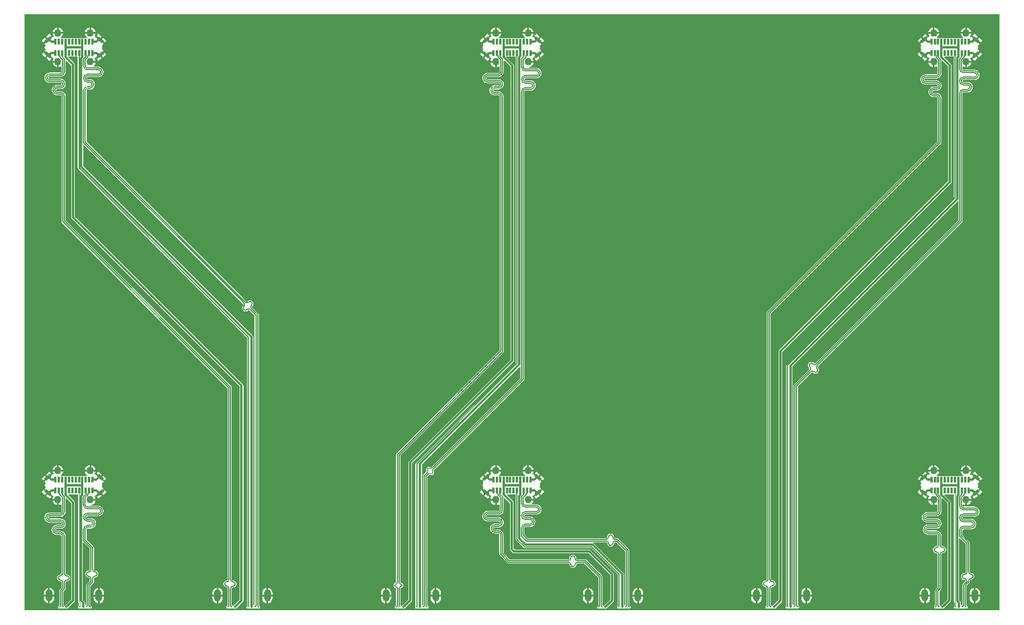
<source format=gbr>
%TF.GenerationSoftware,Altium Limited,Altium Designer,22.5.1 (42)*%
G04 Layer_Physical_Order=1*
G04 Layer_Color=255*
%FSLAX26Y26*%
%MOIN*%
%TF.SameCoordinates,0DA79311-8CAD-460E-879A-7D23F4F2BAF0*%
%TF.FilePolarity,Positive*%
%TF.FileFunction,Copper,L1,Top,Signal*%
%TF.Part,Single*%
G01*
G75*
%TA.AperFunction,Conductor*%
%ADD10C,0.005906*%
%TA.AperFunction,SMDPad,CuDef*%
G04:AMPARAMS|DCode=11|XSize=19.685mil|YSize=40.551mil|CornerRadius=0mil|HoleSize=0mil|Usage=FLASHONLY|Rotation=50.000|XOffset=0mil|YOffset=0mil|HoleType=Round|Shape=Rectangle|*
%AMROTATEDRECTD11*
4,1,4,0.009205,-0.020573,-0.021859,0.005493,-0.009205,0.020573,0.021859,-0.005493,0.009205,-0.020573,0.0*
%
%ADD11ROTATEDRECTD11*%

G04:AMPARAMS|DCode=12|XSize=19.685mil|YSize=40.551mil|CornerRadius=0mil|HoleSize=0mil|Usage=FLASHONLY|Rotation=310.000|XOffset=0mil|YOffset=0mil|HoleType=Round|Shape=Rectangle|*
%AMROTATEDRECTD12*
4,1,4,-0.021859,-0.005493,0.009205,0.020573,0.021859,0.005493,-0.009205,-0.020573,-0.021859,-0.005493,0.0*
%
%ADD12ROTATEDRECTD12*%

%ADD13R,0.011811X0.033465*%
%TA.AperFunction,Conductor*%
%ADD14C,0.011811*%
%ADD15C,0.003937*%
%TA.AperFunction,ComponentPad*%
%ADD16C,0.043307*%
%ADD17O,0.039370X0.070866*%
%TA.AperFunction,ViaPad*%
%ADD18C,0.011811*%
G36*
X6982802Y3403049D02*
X1284939D01*
Y6884377D01*
X6982802D01*
Y3403049D01*
D02*
G37*
%LPC*%
G36*
X6792402Y6808989D02*
Y6782559D01*
X6818832D01*
X6816898Y6789777D01*
X6812731Y6796995D01*
X6806837Y6802888D01*
X6799619Y6807055D01*
X6792402Y6808989D01*
D02*
G37*
G36*
X6782402D02*
X6775184Y6807055D01*
X6767966Y6802888D01*
X6762073Y6796995D01*
X6757905Y6789777D01*
X6755971Y6782559D01*
X6782402D01*
Y6808989D01*
D02*
G37*
G36*
X6603425D02*
Y6782559D01*
X6629856D01*
X6627922Y6789777D01*
X6623754Y6796995D01*
X6617861Y6802888D01*
X6610643Y6807055D01*
X6603425Y6808989D01*
D02*
G37*
G36*
X6593425D02*
X6586207Y6807055D01*
X6578989Y6802888D01*
X6573096Y6796995D01*
X6568929Y6789777D01*
X6566995Y6782559D01*
X6593425D01*
Y6808989D01*
D02*
G37*
G36*
X4233346D02*
Y6782559D01*
X4259777D01*
X4257843Y6789777D01*
X4253676Y6796995D01*
X4247782Y6802888D01*
X4240564Y6807055D01*
X4233346Y6808989D01*
D02*
G37*
G36*
X4223346D02*
X4216129Y6807055D01*
X4208911Y6802888D01*
X4203017Y6796995D01*
X4198850Y6789777D01*
X4196916Y6782559D01*
X4223346D01*
Y6808989D01*
D02*
G37*
G36*
X4044370D02*
Y6782559D01*
X4070800D01*
X4068866Y6789777D01*
X4064699Y6796995D01*
X4058806Y6802888D01*
X4051588Y6807055D01*
X4044370Y6808989D01*
D02*
G37*
G36*
X4034370D02*
X4027152Y6807055D01*
X4019934Y6802888D01*
X4014041Y6796995D01*
X4009874Y6789777D01*
X4007940Y6782559D01*
X4034370D01*
Y6808989D01*
D02*
G37*
G36*
X1674291D02*
Y6782559D01*
X1700722D01*
X1698788Y6789777D01*
X1694620Y6796995D01*
X1688727Y6802888D01*
X1681509Y6807055D01*
X1674291Y6808989D01*
D02*
G37*
G36*
X1664291D02*
X1657073Y6807055D01*
X1649856Y6802888D01*
X1643962Y6796995D01*
X1639795Y6789777D01*
X1637861Y6782559D01*
X1664291D01*
Y6808989D01*
D02*
G37*
G36*
X1485315D02*
Y6782559D01*
X1511745D01*
X1509811Y6789777D01*
X1505644Y6796995D01*
X1499751Y6802888D01*
X1492533Y6807055D01*
X1485315Y6808989D01*
D02*
G37*
G36*
X1475315D02*
X1468097Y6807055D01*
X1460879Y6802888D01*
X1454986Y6796995D01*
X1450819Y6789777D01*
X1448884Y6782559D01*
X1475315D01*
Y6808989D01*
D02*
G37*
G36*
X6818832Y6772559D02*
X6755971D01*
X6757905Y6765341D01*
X6762073Y6758123D01*
X6767966Y6752230D01*
X6769646Y6751260D01*
X6768306Y6746260D01*
X6766654Y6746260D01*
X6752165D01*
Y6746457D01*
X6712402D01*
Y6746260D01*
X6673425D01*
Y6746457D01*
X6633661D01*
Y6746260D01*
X6617520D01*
X6616181Y6751260D01*
X6617861Y6752230D01*
X6623754Y6758123D01*
X6627922Y6765341D01*
X6629856Y6772559D01*
X6566995D01*
X6568929Y6765341D01*
X6572814Y6758611D01*
X6572173Y6755831D01*
X6571132Y6753245D01*
X6568740Y6752323D01*
X6567009Y6753602D01*
X6543372Y6733768D01*
X6520179Y6714307D01*
X6526222Y6707106D01*
X6525796Y6704125D01*
X6522359Y6698981D01*
X6521152Y6692913D01*
X6522359Y6686846D01*
X6525796Y6681702D01*
X6526222Y6678721D01*
X6520179Y6671519D01*
X6543372Y6652059D01*
X6567037Y6632201D01*
X6568740Y6633504D01*
X6571132Y6632582D01*
X6572173Y6629996D01*
X6572814Y6627215D01*
X6568929Y6620485D01*
X6566995Y6613268D01*
X6598425D01*
Y6608268D01*
X6603425D01*
Y6576837D01*
X6610643Y6578771D01*
X6614944Y6581255D01*
X6619944Y6578368D01*
Y6540530D01*
X6619974Y6540377D01*
X6618274Y6536272D01*
X6614168Y6534571D01*
X6614016Y6534602D01*
X6549961D01*
Y6534724D01*
X6542160Y6533697D01*
X6534891Y6530686D01*
X6528649Y6525897D01*
X6523859Y6519655D01*
X6520848Y6512386D01*
X6519821Y6504585D01*
X6520848Y6496784D01*
X6523859Y6489515D01*
X6528649Y6483273D01*
X6534891Y6478483D01*
X6542160Y6475472D01*
X6549961Y6474445D01*
Y6474568D01*
X6614527D01*
X6614679Y6474598D01*
X6618784Y6472898D01*
X6620548Y6468640D01*
X6618784Y6464382D01*
X6614679Y6462682D01*
X6614527Y6462712D01*
X6597000D01*
Y6462835D01*
X6589200Y6461808D01*
X6581931Y6458797D01*
X6575689Y6454007D01*
X6570899Y6447765D01*
X6567888Y6440496D01*
X6566861Y6432695D01*
X6567888Y6424895D01*
X6570899Y6417625D01*
X6575689Y6411383D01*
X6581931Y6406593D01*
X6589200Y6403583D01*
X6597000Y6402556D01*
Y6402678D01*
X6614016D01*
X6614168Y6402709D01*
X6618274Y6401008D01*
X6619974Y6396903D01*
X6619944Y6396750D01*
Y6367420D01*
Y6142108D01*
X5624856Y5147019D01*
X5623333Y5144740D01*
X5622798Y5142052D01*
Y3607135D01*
Y3583307D01*
X5622828Y3583155D01*
X5621205Y3579236D01*
X5616869Y3577633D01*
Y3577633D01*
X5609127Y3576093D01*
X5602564Y3571708D01*
X5598178Y3565144D01*
X5596638Y3557402D01*
Y3557402D01*
Y3557402D01*
X5596638D01*
X5598178Y3549660D01*
X5602564Y3543097D01*
X5609127Y3538711D01*
X5616869Y3537171D01*
Y3537171D01*
X5621205Y3535568D01*
X5622828Y3531649D01*
X5622798Y3531497D01*
Y3431001D01*
X5619425Y3429604D01*
X5616656Y3426835D01*
X5615157Y3423218D01*
Y3419302D01*
X5616656Y3415684D01*
X5619425Y3412916D01*
X5623042Y3411417D01*
X5626958D01*
X5630575Y3412916D01*
X5631636Y3413977D01*
X5634842Y3415140D01*
X5638049Y3413977D01*
X5639110Y3412916D01*
X5642727Y3411417D01*
X5646643D01*
X5650260Y3412916D01*
X5651171Y3413826D01*
X5652900Y3414470D01*
X5656798Y3414057D01*
X5657592Y3413715D01*
X5657970Y3413462D01*
X5658683Y3412749D01*
X5659615Y3412363D01*
X5660453Y3411803D01*
X5661441Y3411606D01*
X5662373Y3411220D01*
X5663381D01*
X5664370Y3411024D01*
X5665359Y3411220D01*
X5666367D01*
X5667298Y3411606D01*
X5668287Y3411803D01*
X5669125Y3412363D01*
X5670057Y3412749D01*
X5670770Y3413462D01*
X5671608Y3414022D01*
X5710978Y3453392D01*
X5713197Y3456713D01*
X5713976Y3460630D01*
Y4913083D01*
X6700151Y5899258D01*
X6702370Y5902579D01*
X6703150Y5906496D01*
Y6586439D01*
X6702370Y6590356D01*
X6700151Y6593677D01*
X6659078Y6634751D01*
X6660991Y6639370D01*
X6673425D01*
Y6639567D01*
X6712402D01*
Y6639370D01*
X6715216D01*
Y5814016D01*
X5738001Y4836802D01*
X5736435Y4834458D01*
X5735885Y4831693D01*
Y3428232D01*
X5734599Y3426947D01*
X5733071Y3423257D01*
Y3419263D01*
X5734599Y3415573D01*
X5737423Y3412749D01*
X5741113Y3411220D01*
X5745107D01*
X5748797Y3412749D01*
X5749686Y3413638D01*
X5751235Y3414290D01*
X5755156Y3414047D01*
X5756184Y3413603D01*
X5756395Y3413462D01*
X5757108Y3412749D01*
X5758040Y3412363D01*
X5758878Y3411803D01*
X5759867Y3411606D01*
X5760798Y3411220D01*
X5761806D01*
X5762795Y3411024D01*
X5763784Y3411220D01*
X5764792D01*
X5765724Y3411606D01*
X5766712Y3411803D01*
X5767551Y3412363D01*
X5768482Y3412749D01*
X5769195Y3413462D01*
X5769573Y3413715D01*
X5770367Y3414057D01*
X5774265Y3414470D01*
X5775995Y3413826D01*
X5776905Y3412916D01*
X5780522Y3411417D01*
X5784438D01*
X5788056Y3412916D01*
X5789117Y3413977D01*
X5792323Y3415140D01*
X5795529Y3413977D01*
X5796590Y3412916D01*
X5800208Y3411417D01*
X5804123D01*
X5807741Y3412916D01*
X5810509Y3415684D01*
X5812008Y3419302D01*
Y3423218D01*
X5810509Y3426835D01*
X5807741Y3429604D01*
X5804367Y3431001D01*
Y4710353D01*
X5865339Y4771325D01*
X5885745Y4791731D01*
X5885832Y4791860D01*
X5889750Y4793484D01*
X5893950Y4791551D01*
X5893950Y4791552D01*
X5900514Y4787166D01*
X5908256Y4785626D01*
X5915998Y4787166D01*
X5922561Y4791551D01*
X5922561Y4791551D01*
X5922562Y4791552D01*
X5922561Y4791552D01*
X5926947Y4798115D01*
X5928487Y4805857D01*
X5926947Y4813599D01*
X5922561Y4820163D01*
X5922561Y4820163D01*
X5920629Y4824362D01*
X5922252Y4828281D01*
X5922381Y4828367D01*
X5934175Y4840161D01*
X6764022Y5670008D01*
X6765545Y5672287D01*
X6766080Y5674976D01*
Y6383968D01*
Y6424035D01*
X6766050Y6424188D01*
X6767750Y6428293D01*
X6771856Y6429994D01*
X6772008Y6429963D01*
X6796413D01*
Y6429841D01*
X6804213Y6430868D01*
X6811482Y6433878D01*
X6817724Y6438668D01*
X6822514Y6444910D01*
X6825525Y6452179D01*
X6826552Y6459980D01*
X6825525Y6467781D01*
X6822514Y6475050D01*
X6817724Y6481292D01*
X6811482Y6486082D01*
X6804213Y6489093D01*
X6796413Y6490120D01*
Y6489997D01*
X6771589D01*
X6771436Y6489967D01*
X6767693Y6491517D01*
X6765867Y6495925D01*
X6767693Y6500332D01*
X6771436Y6501883D01*
X6771589Y6501853D01*
X6836063D01*
Y6501730D01*
X6843864Y6502757D01*
X6851133Y6505768D01*
X6857375Y6510558D01*
X6862165Y6516800D01*
X6865176Y6524069D01*
X6866203Y6531870D01*
X6865176Y6539670D01*
X6862165Y6546940D01*
X6857375Y6553182D01*
X6851133Y6557971D01*
X6843864Y6560982D01*
X6836063Y6562009D01*
Y6561886D01*
X6772008D01*
X6771856Y6561856D01*
X6767750Y6563557D01*
X6766050Y6567662D01*
X6766080Y6567815D01*
Y6578254D01*
X6771080Y6581141D01*
X6775184Y6578771D01*
X6782402Y6576837D01*
Y6608268D01*
X6787402D01*
Y6613268D01*
X6818832D01*
X6816898Y6620485D01*
X6813012Y6627215D01*
X6813653Y6629996D01*
X6814694Y6632582D01*
X6817087Y6633504D01*
X6818819Y6632224D01*
X6842456Y6652058D01*
X6865648Y6671519D01*
X6858671Y6679834D01*
X6856107Y6682889D01*
X6856918Y6687675D01*
X6857677Y6689507D01*
Y6696320D01*
X6856918Y6698152D01*
X6856107Y6702937D01*
X6858671Y6705993D01*
X6865648Y6714308D01*
X6842456Y6733768D01*
X6818791Y6753626D01*
X6817087Y6752323D01*
X6814694Y6753245D01*
X6813653Y6755831D01*
X6813012Y6758611D01*
X6816898Y6765341D01*
X6818832Y6772559D01*
D02*
G37*
G36*
X4259777D02*
X4196916D01*
X4198850Y6765341D01*
X4203017Y6758123D01*
X4208911Y6752230D01*
X4210591Y6751260D01*
X4209251Y6746260D01*
X4207598Y6746260D01*
X4193110D01*
Y6746457D01*
X4153346D01*
Y6746260D01*
X4114370D01*
Y6746457D01*
X4074606D01*
Y6746260D01*
X4058465D01*
X4057126Y6751260D01*
X4058806Y6752230D01*
X4064699Y6758123D01*
X4068866Y6765341D01*
X4070800Y6772559D01*
X4007940D01*
X4009874Y6765341D01*
X4013759Y6758611D01*
X4013118Y6755831D01*
X4012077Y6753245D01*
X4009685Y6752323D01*
X4007954Y6753602D01*
X3984316Y6733768D01*
X3961124Y6714307D01*
X3967166Y6707106D01*
X3966741Y6704125D01*
X3963304Y6698981D01*
X3962097Y6692913D01*
X3963304Y6686846D01*
X3966741Y6681702D01*
X3967166Y6678721D01*
X3961124Y6671519D01*
X3984316Y6652059D01*
X4007982Y6632201D01*
X4009685Y6633504D01*
X4012077Y6632582D01*
X4013118Y6629996D01*
X4013759Y6627215D01*
X4009874Y6620485D01*
X4007940Y6613268D01*
X4039370D01*
Y6608268D01*
X4044370D01*
Y6576837D01*
X4051588Y6578771D01*
X4055889Y6581254D01*
X4060889Y6578368D01*
Y6549517D01*
X4060919Y6549365D01*
X4059218Y6545259D01*
X4055113Y6543559D01*
X4054961Y6543589D01*
X3990905D01*
Y6543712D01*
X3983105Y6542685D01*
X3975836Y6539674D01*
X3969593Y6534884D01*
X3964804Y6528642D01*
X3961793Y6521373D01*
X3960766Y6513572D01*
X3961793Y6505771D01*
X3964804Y6498502D01*
X3969593Y6492260D01*
X3975836Y6487470D01*
X3983105Y6484459D01*
X3990905Y6483432D01*
Y6483555D01*
X4055303D01*
X4055456Y6483586D01*
X4059561Y6481885D01*
X4061325Y6477627D01*
X4059561Y6473370D01*
X4055456Y6471669D01*
X4055303Y6471699D01*
X4032836D01*
Y6471822D01*
X4025035Y6470795D01*
X4017766Y6467784D01*
X4011524Y6462994D01*
X4006734Y6456752D01*
X4003723Y6449483D01*
X4002696Y6441682D01*
X4003723Y6433882D01*
X4006734Y6426613D01*
X4011524Y6420371D01*
X4017766Y6415581D01*
X4025035Y6412570D01*
X4032836Y6411543D01*
Y6411666D01*
X4054961D01*
X4055113Y6411696D01*
X4059218Y6409995D01*
X4060919Y6405890D01*
X4060889Y6405738D01*
Y6373271D01*
Y4920651D01*
X3459501Y4319264D01*
X3457979Y4316985D01*
X3457444Y4314296D01*
Y3578335D01*
Y3567151D01*
X3456550Y3562713D01*
X3456516Y3562698D01*
Y3562677D01*
X3456515Y3562535D01*
X3450724Y3561383D01*
X3445814Y3558103D01*
X3442534Y3553193D01*
X3441381Y3547402D01*
Y3547402D01*
Y3547402D01*
X3441381D01*
X3442534Y3541611D01*
X3445814Y3536701D01*
X3450724Y3533421D01*
X3456515Y3532269D01*
X3456516Y3532127D01*
Y3532106D01*
X3456550Y3532092D01*
X3457444Y3527654D01*
Y3431001D01*
X3454070Y3429604D01*
X3451302Y3426835D01*
X3449803Y3423218D01*
Y3419302D01*
X3451302Y3415684D01*
X3454070Y3412916D01*
X3457688Y3411417D01*
X3461603D01*
X3465221Y3412916D01*
X3466282Y3413977D01*
X3469488Y3415140D01*
X3472694Y3413977D01*
X3473755Y3412916D01*
X3477373Y3411417D01*
X3481289D01*
X3484906Y3412916D01*
X3485816Y3413826D01*
X3487546Y3414470D01*
X3491444Y3414057D01*
X3492238Y3413715D01*
X3492616Y3413462D01*
X3493329Y3412749D01*
X3494260Y3412363D01*
X3495099Y3411803D01*
X3496087Y3411606D01*
X3497019Y3411220D01*
X3498027D01*
X3499016Y3411024D01*
X3500005Y3411220D01*
X3501013D01*
X3501944Y3411606D01*
X3502933Y3411803D01*
X3503771Y3412363D01*
X3504703Y3412749D01*
X3505416Y3413462D01*
X3506254Y3414022D01*
X3545624Y3453392D01*
X3547843Y3456713D01*
X3548622Y3460630D01*
Y4262492D01*
X4142081Y4855951D01*
X4144299Y4859272D01*
X4145079Y4863189D01*
Y6585455D01*
X4144299Y6589372D01*
X4142081Y6592693D01*
X4100023Y6634751D01*
X4101936Y6639370D01*
X4114370D01*
Y6639567D01*
X4153346D01*
Y6639370D01*
X4156160D01*
Y4847481D01*
X3572647Y4263967D01*
X3571081Y4261623D01*
X3570530Y4258858D01*
Y3428232D01*
X3569245Y3426947D01*
X3567716Y3423257D01*
Y3419263D01*
X3569245Y3415573D01*
X3572069Y3412749D01*
X3575759Y3411220D01*
X3579753D01*
X3583443Y3412749D01*
X3584332Y3413638D01*
X3585881Y3414290D01*
X3589802Y3414047D01*
X3590830Y3413603D01*
X3591041Y3413462D01*
X3591754Y3412749D01*
X3592686Y3412363D01*
X3593524Y3411803D01*
X3594512Y3411606D01*
X3595444Y3411220D01*
X3596452D01*
X3597441Y3411024D01*
X3598430Y3411220D01*
X3599438D01*
X3600369Y3411606D01*
X3601358Y3411803D01*
X3602196Y3412363D01*
X3603128Y3412749D01*
X3603841Y3413462D01*
X3604219Y3413715D01*
X3605013Y3414057D01*
X3608911Y3414470D01*
X3610640Y3413826D01*
X3611551Y3412916D01*
X3615168Y3411417D01*
X3619084D01*
X3622701Y3412916D01*
X3623762Y3413977D01*
X3626968Y3415140D01*
X3630175Y3413977D01*
X3631236Y3412916D01*
X3634853Y3411417D01*
X3638769D01*
X3642386Y3412916D01*
X3645155Y3415684D01*
X3646653Y3419302D01*
Y3423218D01*
X3645155Y3426835D01*
X3642386Y3429604D01*
X3639013Y3431001D01*
Y4182228D01*
X3650334Y4193549D01*
X3654104Y4196055D01*
X3654138Y4196041D01*
X3654154Y4196056D01*
X3654254Y4196155D01*
X3659164Y4192875D01*
X3664955Y4191723D01*
X3670746Y4192875D01*
X3675656Y4196155D01*
X3675656Y4196156D01*
X3678936Y4201065D01*
X3680088Y4206856D01*
X3678936Y4212648D01*
X3675656Y4217557D01*
X3675755Y4217658D01*
X3675770Y4217673D01*
X3675756Y4217708D01*
X3678262Y4221478D01*
X3687008Y4230223D01*
X4204770Y4747986D01*
X4206293Y4750265D01*
X4206828Y4752953D01*
Y6389399D01*
Y6433878D01*
X4206798Y6434030D01*
X4208498Y6438136D01*
X4212604Y6439836D01*
X4212756Y6439806D01*
X4242469D01*
Y6439683D01*
X4250270Y6440710D01*
X4257539Y6443721D01*
X4263781Y6448511D01*
X4268571Y6454753D01*
X4271582Y6462022D01*
X4272609Y6469823D01*
X4271582Y6477623D01*
X4268571Y6484892D01*
X4263781Y6491135D01*
X4257539Y6495924D01*
X4250270Y6498935D01*
X4242469Y6499962D01*
Y6499839D01*
X4212622D01*
X4212470Y6499809D01*
X4208364Y6501510D01*
X4206600Y6505767D01*
X4208364Y6510025D01*
X4212470Y6511726D01*
X4212622Y6511695D01*
X4276811D01*
Y6511573D01*
X4284612Y6512600D01*
X4291881Y6515610D01*
X4298123Y6520400D01*
X4302913Y6526642D01*
X4305924Y6533912D01*
X4306951Y6541712D01*
X4305924Y6549513D01*
X4302913Y6556782D01*
X4298123Y6563024D01*
X4291881Y6567814D01*
X4284612Y6570825D01*
X4276811Y6571852D01*
Y6571729D01*
X4232791D01*
X4232514Y6576614D01*
X4240564Y6578771D01*
X4247782Y6582939D01*
X4253676Y6588832D01*
X4257843Y6596050D01*
X4259777Y6603268D01*
X4228346D01*
Y6613268D01*
X4259777D01*
X4257843Y6620485D01*
X4253957Y6627215D01*
X4254598Y6629996D01*
X4255639Y6632582D01*
X4258031Y6633504D01*
X4259763Y6632224D01*
X4283401Y6652059D01*
X4306593Y6671519D01*
X4299616Y6679834D01*
X4297052Y6682889D01*
X4297863Y6687675D01*
X4298622Y6689507D01*
Y6696320D01*
X4297863Y6698152D01*
X4297052Y6702937D01*
X4299616Y6705993D01*
X4306593Y6714308D01*
X4283401Y6733768D01*
X4259735Y6753626D01*
X4258031Y6752323D01*
X4255639Y6753245D01*
X4254598Y6755831D01*
X4253957Y6758611D01*
X4257843Y6765341D01*
X4259777Y6772559D01*
D02*
G37*
G36*
X1700722D02*
X1637861D01*
X1639795Y6765341D01*
X1643962Y6758123D01*
X1649856Y6752230D01*
X1651536Y6751260D01*
X1650196Y6746260D01*
X1648543Y6746260D01*
X1634055D01*
Y6746457D01*
X1594291D01*
Y6746260D01*
X1555315D01*
Y6746457D01*
X1515551D01*
Y6746260D01*
X1499410D01*
X1498070Y6751260D01*
X1499751Y6752230D01*
X1505644Y6758123D01*
X1509811Y6765341D01*
X1511745Y6772559D01*
X1448884D01*
X1450819Y6765341D01*
X1454704Y6758611D01*
X1454063Y6755831D01*
X1453022Y6753245D01*
X1450630Y6752323D01*
X1448898Y6753602D01*
X1425261Y6733768D01*
X1402069Y6714307D01*
X1408111Y6707106D01*
X1407686Y6704125D01*
X1404249Y6698981D01*
X1403042Y6692913D01*
X1404249Y6686846D01*
X1407686Y6681702D01*
X1408111Y6678721D01*
X1402069Y6671519D01*
X1425261Y6652059D01*
X1448926Y6632201D01*
X1450630Y6633504D01*
X1453022Y6632582D01*
X1454063Y6629996D01*
X1454704Y6627215D01*
X1450819Y6620485D01*
X1448884Y6613268D01*
X1480315D01*
Y6608268D01*
X1485315D01*
Y6576837D01*
X1492533Y6578771D01*
X1496833Y6581254D01*
X1501833Y6578368D01*
Y6550570D01*
X1501864Y6550418D01*
X1500163Y6546313D01*
X1496058Y6544612D01*
X1495906Y6544642D01*
X1431850D01*
Y6544765D01*
X1424050Y6543738D01*
X1416780Y6540727D01*
X1410538Y6535938D01*
X1405748Y6529695D01*
X1402738Y6522426D01*
X1401711Y6514626D01*
X1402738Y6506825D01*
X1405748Y6499556D01*
X1410538Y6493314D01*
X1416780Y6488524D01*
X1424050Y6485513D01*
X1431850Y6484486D01*
Y6484609D01*
X1496765D01*
X1496917Y6484639D01*
X1501023Y6482939D01*
X1502786Y6478681D01*
X1501023Y6474423D01*
X1496917Y6472723D01*
X1496765Y6472753D01*
X1475916D01*
Y6472876D01*
X1468115Y6471849D01*
X1460846Y6468838D01*
X1454604Y6464048D01*
X1449814Y6457806D01*
X1446803Y6450537D01*
X1445776Y6442736D01*
X1446803Y6434935D01*
X1449814Y6427666D01*
X1454604Y6421424D01*
X1460846Y6416634D01*
X1468115Y6413623D01*
X1475916Y6412596D01*
Y6412719D01*
X1495906D01*
X1496058Y6412750D01*
X1500163Y6411049D01*
X1501864Y6406944D01*
X1501833Y6406791D01*
Y6375333D01*
Y5674779D01*
X1502368Y5672090D01*
X1503891Y5669811D01*
X2473192Y4700511D01*
Y3608481D01*
Y3582323D01*
X2473222Y3582171D01*
X2471599Y3578252D01*
X2467263Y3576649D01*
Y3576649D01*
X2459521Y3575109D01*
X2452957Y3570723D01*
X2448572Y3564160D01*
X2447032Y3556418D01*
Y3556418D01*
Y3556418D01*
X2447032D01*
X2448572Y3548676D01*
X2452957Y3542112D01*
X2459521Y3537727D01*
X2467263Y3536187D01*
Y3536187D01*
X2471599Y3534584D01*
X2473222Y3530665D01*
X2473192Y3530512D01*
Y3431001D01*
X2469818Y3429604D01*
X2467050Y3426835D01*
X2465551Y3423218D01*
Y3419302D01*
X2467050Y3415684D01*
X2469818Y3412916D01*
X2473436Y3411417D01*
X2477351D01*
X2480969Y3412916D01*
X2482030Y3413977D01*
X2485236Y3415140D01*
X2488442Y3413977D01*
X2489503Y3412916D01*
X2493121Y3411417D01*
X2497037D01*
X2500654Y3412916D01*
X2501564Y3413826D01*
X2503294Y3414470D01*
X2507192Y3414057D01*
X2507986Y3413715D01*
X2508364Y3413462D01*
X2509077Y3412749D01*
X2510008Y3412363D01*
X2510847Y3411803D01*
X2511835Y3411606D01*
X2512767Y3411220D01*
X2513775D01*
X2514764Y3411024D01*
X2515753Y3411220D01*
X2516761D01*
X2517692Y3411606D01*
X2518681Y3411803D01*
X2519519Y3412363D01*
X2520451Y3412749D01*
X2521164Y3413462D01*
X2522002Y3414022D01*
X2561372Y3453392D01*
X2563591Y3456713D01*
X2564370Y3460630D01*
Y4715551D01*
X2563591Y4719468D01*
X2561372Y4722789D01*
X1580118Y5704043D01*
Y6591360D01*
X1579339Y6595277D01*
X1577120Y6598598D01*
X1540967Y6634751D01*
X1542881Y6639370D01*
X1555315D01*
Y6639567D01*
X1594291D01*
Y6639370D01*
X1597105D01*
Y5989173D01*
X1597655Y5986408D01*
X1599222Y5984064D01*
X2586278Y4997007D01*
Y3428232D01*
X2584993Y3426947D01*
X2583465Y3423257D01*
Y3419263D01*
X2584993Y3415573D01*
X2587817Y3412749D01*
X2591507Y3411220D01*
X2595501D01*
X2599191Y3412749D01*
X2600080Y3413638D01*
X2601629Y3414290D01*
X2605550Y3414047D01*
X2606578Y3413603D01*
X2606789Y3413462D01*
X2607502Y3412749D01*
X2608434Y3412363D01*
X2609272Y3411803D01*
X2610260Y3411606D01*
X2611192Y3411220D01*
X2612200D01*
X2613189Y3411024D01*
X2614178Y3411220D01*
X2615186D01*
X2616117Y3411606D01*
X2617106Y3411803D01*
X2617944Y3412363D01*
X2618876Y3412749D01*
X2619589Y3413462D01*
X2619967Y3413715D01*
X2620761Y3414057D01*
X2624659Y3414470D01*
X2626388Y3413826D01*
X2627299Y3412916D01*
X2630916Y3411417D01*
X2634832D01*
X2638449Y3412916D01*
X2639510Y3413977D01*
X2642716Y3415140D01*
X2645923Y3413977D01*
X2646984Y3412916D01*
X2650601Y3411417D01*
X2654517D01*
X2658134Y3412916D01*
X2660903Y3415684D01*
X2662401Y3419302D01*
Y3423218D01*
X2660903Y3426835D01*
X2658134Y3429604D01*
X2654761Y3431001D01*
Y5131792D01*
X2654226Y5134480D01*
X2652703Y5136759D01*
X2637380Y5152082D01*
X2616974Y5172488D01*
X2616845Y5172574D01*
X2615222Y5176493D01*
X2617154Y5180693D01*
X2617154Y5180693D01*
X2621539Y5187256D01*
X2623079Y5194998D01*
X2621539Y5202740D01*
X2617154Y5209304D01*
X2617154Y5209304D01*
X2617154Y5209305D01*
X2617153Y5209304D01*
X2610590Y5213690D01*
X2602848Y5215230D01*
X2595106Y5213690D01*
X2588543Y5209304D01*
X2584343Y5207372D01*
X2580424Y5208995D01*
X2580338Y5209124D01*
X2568879Y5220583D01*
X1647773Y6141689D01*
Y6410808D01*
Y6440768D01*
X1647742Y6440920D01*
X1649443Y6445025D01*
X1653549Y6446726D01*
X1653701Y6446696D01*
X1666837D01*
Y6446573D01*
X1674638Y6447600D01*
X1681907Y6450611D01*
X1688149Y6455400D01*
X1692939Y6461643D01*
X1695950Y6468912D01*
X1696977Y6476712D01*
X1695950Y6484513D01*
X1692939Y6491782D01*
X1688149Y6498024D01*
X1681907Y6502814D01*
X1674638Y6505825D01*
X1666837Y6506852D01*
Y6506729D01*
X1653367D01*
X1653215Y6506699D01*
X1649110Y6508400D01*
X1647346Y6512657D01*
X1649110Y6516915D01*
X1653215Y6518615D01*
X1653367Y6518585D01*
X1717756D01*
Y6518462D01*
X1725557Y6519489D01*
X1732826Y6522500D01*
X1739068Y6527290D01*
X1743858Y6533532D01*
X1746869Y6540801D01*
X1747896Y6548602D01*
X1746869Y6556403D01*
X1743858Y6563672D01*
X1739068Y6569914D01*
X1732826Y6574704D01*
X1725557Y6577715D01*
X1717756Y6578742D01*
Y6578619D01*
X1691235D01*
X1689940Y6580849D01*
X1689407Y6583619D01*
X1694620Y6588832D01*
X1698788Y6596050D01*
X1700722Y6603268D01*
X1669291D01*
Y6613268D01*
X1700722D01*
X1698788Y6620485D01*
X1694902Y6627215D01*
X1695543Y6629996D01*
X1696584Y6632582D01*
X1698976Y6633504D01*
X1700708Y6632225D01*
X1724345Y6652059D01*
X1747537Y6671519D01*
X1740560Y6679834D01*
X1737997Y6682889D01*
X1738808Y6687675D01*
X1739567Y6689507D01*
Y6696320D01*
X1738808Y6698152D01*
X1737997Y6702937D01*
X1740561Y6705993D01*
X1747537Y6714307D01*
X1724345Y6733768D01*
X1700680Y6753626D01*
X1698976Y6752323D01*
X1696584Y6753245D01*
X1695543Y6755831D01*
X1694902Y6758611D01*
X1698788Y6765341D01*
X1700722Y6772559D01*
D02*
G37*
G36*
X6835231Y6772259D02*
X6825691Y6760890D01*
X6845053Y6744643D01*
X6854594Y6756012D01*
X6835231Y6772259D01*
D02*
G37*
G36*
X4276176D02*
X4266636Y6760890D01*
X4285998Y6744643D01*
X4295539Y6756012D01*
X4276176Y6772259D01*
D02*
G37*
G36*
X6550595D02*
X6531233Y6756013D01*
X6540774Y6744643D01*
X6560136Y6760889D01*
X6550595Y6772259D01*
D02*
G37*
G36*
X1717121D02*
X1707581Y6760889D01*
X1726943Y6744643D01*
X1736483Y6756013D01*
X1717121Y6772259D01*
D02*
G37*
G36*
X3991540D02*
X3972178Y6756013D01*
X3981719Y6744643D01*
X4001081Y6760889D01*
X3991540Y6772259D01*
D02*
G37*
G36*
X1432485D02*
X1413123Y6756013D01*
X1422664Y6744643D01*
X1442026Y6760889D01*
X1432485Y6772259D01*
D02*
G37*
G36*
X6862254Y6749585D02*
X6852714Y6738215D01*
X6872076Y6721968D01*
X6881616Y6733338D01*
X6862254Y6749585D01*
D02*
G37*
G36*
X4303199D02*
X4293659Y6738215D01*
X4313021Y6721968D01*
X4322561Y6733338D01*
X4303199Y6749585D01*
D02*
G37*
G36*
X6523573Y6749585D02*
X6504211Y6733338D01*
X6513751Y6721968D01*
X6533113Y6738215D01*
X6523573Y6749585D01*
D02*
G37*
G36*
X3964518Y6749585D02*
X3945155Y6733338D01*
X3954696Y6721968D01*
X3974058Y6738215D01*
X3964518Y6749585D01*
D02*
G37*
G36*
X1405462D02*
X1386100Y6733338D01*
X1395641Y6721968D01*
X1415003Y6738215D01*
X1405462Y6749585D01*
D02*
G37*
G36*
X1744144D02*
X1734603Y6738215D01*
X1753965Y6721968D01*
X1763506Y6733338D01*
X1744144Y6749585D01*
D02*
G37*
G36*
X6872076Y6663859D02*
X6852714Y6647612D01*
X6862254Y6636242D01*
X6881616Y6652489D01*
X6872076Y6663859D01*
D02*
G37*
G36*
X4313021Y6663859D02*
X4293659Y6647612D01*
X4303199Y6636242D01*
X4322561Y6652489D01*
X4313021Y6663859D01*
D02*
G37*
G36*
X3954696Y6663859D02*
X3945155Y6652489D01*
X3964518Y6636242D01*
X3974058Y6647612D01*
X3954696Y6663859D01*
D02*
G37*
G36*
X1753965D02*
X1734603Y6647612D01*
X1744144Y6636242D01*
X1763506Y6652489D01*
X1753965Y6663859D01*
D02*
G37*
G36*
X1395641D02*
X1386100Y6652489D01*
X1405462Y6636242D01*
X1415003Y6647612D01*
X1395641Y6663859D01*
D02*
G37*
G36*
X6513751D02*
X6504211Y6652489D01*
X6523573Y6636242D01*
X6533113Y6647612D01*
X6513751Y6663859D01*
D02*
G37*
G36*
X6845053Y6641184D02*
X6825691Y6624937D01*
X6835231Y6613567D01*
X6854594Y6629814D01*
X6845053Y6641184D01*
D02*
G37*
G36*
X6540774Y6641184D02*
X6531233Y6629814D01*
X6550595Y6613567D01*
X6560136Y6624937D01*
X6540774Y6641184D01*
D02*
G37*
G36*
X4285998Y6641184D02*
X4266636Y6624937D01*
X4276176Y6613567D01*
X4295539Y6629814D01*
X4285998Y6641184D01*
D02*
G37*
G36*
X3981719Y6641184D02*
X3972178Y6629814D01*
X3991540Y6613567D01*
X4001081Y6624937D01*
X3981719Y6641184D01*
D02*
G37*
G36*
X1726943D02*
X1707581Y6624937D01*
X1717121Y6613567D01*
X1736483Y6629814D01*
X1726943Y6641184D01*
D02*
G37*
G36*
X1422664D02*
X1413123Y6629814D01*
X1432485Y6613567D01*
X1442026Y6624937D01*
X1422664Y6641184D01*
D02*
G37*
G36*
X6818832Y6603268D02*
X6792402D01*
Y6576837D01*
X6799619Y6578771D01*
X6806837Y6582939D01*
X6812731Y6588832D01*
X6816898Y6596050D01*
X6818832Y6603268D01*
D02*
G37*
G36*
X6593425D02*
X6566995D01*
X6568929Y6596050D01*
X6573096Y6588832D01*
X6578989Y6582939D01*
X6586207Y6578771D01*
X6593425Y6576837D01*
Y6603268D01*
D02*
G37*
G36*
X4034370D02*
X4007940D01*
X4009874Y6596050D01*
X4014041Y6588832D01*
X4019934Y6582939D01*
X4027152Y6578771D01*
X4034370Y6576837D01*
Y6603268D01*
D02*
G37*
G36*
X1475315D02*
X1448884D01*
X1450819Y6596050D01*
X1454986Y6588832D01*
X1460879Y6582939D01*
X1468097Y6578771D01*
X1475315Y6576837D01*
Y6603268D01*
D02*
G37*
G36*
X6792402Y4249934D02*
Y4223504D01*
X6818832D01*
X6816898Y4230722D01*
X6812731Y4237940D01*
X6806837Y4243833D01*
X6799619Y4248000D01*
X6792402Y4249934D01*
D02*
G37*
G36*
X6782402D02*
X6775184Y4248000D01*
X6767966Y4243833D01*
X6762073Y4237940D01*
X6757905Y4230722D01*
X6755971Y4223504D01*
X6782402D01*
Y4249934D01*
D02*
G37*
G36*
X6603425D02*
Y4223504D01*
X6629856D01*
X6627922Y4230722D01*
X6623754Y4237940D01*
X6617861Y4243833D01*
X6610643Y4248000D01*
X6603425Y4249934D01*
D02*
G37*
G36*
X6593425D02*
X6586207Y4248000D01*
X6578989Y4243833D01*
X6573096Y4237940D01*
X6568929Y4230722D01*
X6566995Y4223504D01*
X6593425D01*
Y4249934D01*
D02*
G37*
G36*
X4233346D02*
Y4223504D01*
X4259777D01*
X4257843Y4230722D01*
X4253676Y4237940D01*
X4247782Y4243833D01*
X4240564Y4248000D01*
X4233346Y4249934D01*
D02*
G37*
G36*
X4223346D02*
X4216129Y4248000D01*
X4208911Y4243833D01*
X4203017Y4237940D01*
X4198850Y4230722D01*
X4196916Y4223504D01*
X4223346D01*
Y4249934D01*
D02*
G37*
G36*
X4044370D02*
Y4223504D01*
X4070800D01*
X4068866Y4230722D01*
X4064699Y4237940D01*
X4058806Y4243833D01*
X4051588Y4248000D01*
X4044370Y4249934D01*
D02*
G37*
G36*
X4034370D02*
X4027152Y4248000D01*
X4019934Y4243833D01*
X4014041Y4237940D01*
X4009874Y4230722D01*
X4007940Y4223504D01*
X4034370D01*
Y4249934D01*
D02*
G37*
G36*
X1674291D02*
Y4223504D01*
X1700722D01*
X1698788Y4230722D01*
X1694620Y4237940D01*
X1688727Y4243833D01*
X1681509Y4248000D01*
X1674291Y4249934D01*
D02*
G37*
G36*
X1664291D02*
X1657073Y4248000D01*
X1649856Y4243833D01*
X1643962Y4237940D01*
X1639795Y4230722D01*
X1637861Y4223504D01*
X1664291D01*
Y4249934D01*
D02*
G37*
G36*
X1485315D02*
Y4223504D01*
X1511745D01*
X1509811Y4230722D01*
X1505644Y4237940D01*
X1499751Y4243833D01*
X1492533Y4248000D01*
X1485315Y4249934D01*
D02*
G37*
G36*
X1475315D02*
X1468097Y4248000D01*
X1460879Y4243833D01*
X1454986Y4237940D01*
X1450819Y4230722D01*
X1448884Y4223504D01*
X1475315D01*
Y4249934D01*
D02*
G37*
G36*
X6818832Y4213504D02*
X6755971D01*
X6757905Y4206286D01*
X6762073Y4199068D01*
X6767966Y4193175D01*
X6769646Y4192205D01*
X6768306Y4187205D01*
X6766654Y4187205D01*
X6752165D01*
Y4187402D01*
X6712402D01*
Y4187205D01*
X6673425D01*
Y4187402D01*
X6633661D01*
Y4187205D01*
X6617520D01*
X6616181Y4192205D01*
X6617861Y4193175D01*
X6623754Y4199068D01*
X6627922Y4206286D01*
X6629856Y4213504D01*
X6566995D01*
X6568929Y4206286D01*
X6572814Y4199556D01*
X6572173Y4196776D01*
X6571132Y4194190D01*
X6568740Y4193268D01*
X6567009Y4194547D01*
X6543372Y4174713D01*
X6520179Y4155252D01*
X6526222Y4148051D01*
X6525796Y4145070D01*
X6522359Y4139926D01*
X6521152Y4133858D01*
X6522359Y4127791D01*
X6525796Y4122647D01*
X6526222Y4119666D01*
X6520179Y4112464D01*
X6543371Y4093003D01*
X6567037Y4073146D01*
X6568740Y4074449D01*
X6571132Y4073527D01*
X6572173Y4070941D01*
X6572814Y4068160D01*
X6568929Y4061430D01*
X6566995Y4054213D01*
X6598425D01*
Y4049213D01*
X6603425D01*
Y4017782D01*
X6610643Y4019716D01*
X6614944Y4022199D01*
X6619944Y4019312D01*
Y3981673D01*
X6619974Y3981521D01*
X6618274Y3977415D01*
X6614168Y3975715D01*
X6614016Y3975745D01*
X6559261D01*
Y3975868D01*
X6551461Y3974841D01*
X6544192Y3971830D01*
X6537950Y3967040D01*
X6533160Y3960798D01*
X6530149Y3953529D01*
X6529122Y3945728D01*
X6530149Y3937927D01*
X6533160Y3930658D01*
X6537950Y3924416D01*
X6544192Y3919626D01*
X6551461Y3916615D01*
X6559261Y3915588D01*
Y3915711D01*
X6614364D01*
X6614516Y3915742D01*
X6618621Y3914041D01*
X6620385Y3909783D01*
X6618621Y3905526D01*
X6614516Y3903825D01*
X6614364Y3903855D01*
X6564532D01*
Y3903978D01*
X6556731Y3902951D01*
X6549462Y3899940D01*
X6543220Y3895150D01*
X6538430Y3888908D01*
X6535419Y3881639D01*
X6534392Y3873838D01*
X6535419Y3866038D01*
X6538430Y3858769D01*
X6543220Y3852527D01*
X6549462Y3847737D01*
X6556731Y3844726D01*
X6564532Y3843699D01*
Y3843822D01*
X6614016D01*
X6614168Y3843852D01*
X6618274Y3842151D01*
X6619974Y3838046D01*
X6619944Y3837894D01*
Y3803033D01*
Y3781965D01*
X6619974Y3781813D01*
X6618351Y3777894D01*
X6614015Y3776291D01*
Y3776291D01*
X6606273Y3774751D01*
X6599709Y3770366D01*
X6595324Y3763802D01*
X6593783Y3756060D01*
Y3756060D01*
Y3756060D01*
X6593784D01*
X6595324Y3748318D01*
X6599709Y3741755D01*
X6606273Y3737369D01*
X6614015Y3735829D01*
Y3735829D01*
X6618351Y3734226D01*
X6619974Y3730307D01*
X6619944Y3730155D01*
Y3535070D01*
X6609108Y3524234D01*
X6607585Y3521955D01*
X6607050Y3519267D01*
Y3431001D01*
X6603677Y3429604D01*
X6600908Y3426835D01*
X6599409Y3423218D01*
Y3419302D01*
X6600908Y3415684D01*
X6603677Y3412916D01*
X6607294Y3411417D01*
X6611210D01*
X6614827Y3412916D01*
X6615888Y3413977D01*
X6619095Y3415140D01*
X6622301Y3413977D01*
X6623362Y3412916D01*
X6626979Y3411417D01*
X6630895D01*
X6634512Y3412916D01*
X6635423Y3413826D01*
X6637152Y3414470D01*
X6641050Y3414057D01*
X6641844Y3413715D01*
X6642222Y3413462D01*
X6642935Y3412749D01*
X6643867Y3412363D01*
X6644705Y3411803D01*
X6645694Y3411606D01*
X6646625Y3411220D01*
X6647633D01*
X6648622Y3411024D01*
X6649611Y3411220D01*
X6650619D01*
X6651551Y3411606D01*
X6652539Y3411803D01*
X6653377Y3412363D01*
X6654309Y3412749D01*
X6655022Y3413462D01*
X6655860Y3414022D01*
X6695230Y3453392D01*
X6697449Y3456713D01*
X6698228Y3460630D01*
Y4032305D01*
X6697449Y4036222D01*
X6695230Y4039543D01*
X6659078Y4075695D01*
X6660991Y4080315D01*
X6673425D01*
Y4080512D01*
X6712402D01*
Y4080315D01*
X6716219D01*
Y3453740D01*
X6716693Y3451359D01*
X6718041Y3449340D01*
X6721140Y3446242D01*
Y3429236D01*
X6718851Y3426947D01*
X6717323Y3423257D01*
Y3419263D01*
X6718851Y3415573D01*
X6721675Y3412749D01*
X6725365Y3411220D01*
X6729359D01*
X6733049Y3412749D01*
X6733938Y3413638D01*
X6734920Y3414051D01*
X6736020Y3414257D01*
X6739408Y3414047D01*
X6740436Y3413603D01*
X6740647Y3413462D01*
X6741360Y3412749D01*
X6742292Y3412363D01*
X6743130Y3411803D01*
X6744119Y3411606D01*
X6745050Y3411220D01*
X6746058D01*
X6747047Y3411024D01*
X6748036Y3411220D01*
X6749044D01*
X6749976Y3411606D01*
X6750964Y3411803D01*
X6751803Y3412363D01*
X6752734Y3412749D01*
X6753447Y3413462D01*
X6753825Y3413715D01*
X6754619Y3414057D01*
X6757944Y3414410D01*
X6759151Y3414234D01*
X6760247Y3413826D01*
X6761157Y3412916D01*
X6764774Y3411417D01*
X6768690D01*
X6772307Y3412916D01*
X6773369Y3413977D01*
X6776575Y3415140D01*
X6779781Y3413977D01*
X6780842Y3412916D01*
X6784459Y3411417D01*
X6788375D01*
X6791993Y3412916D01*
X6794761Y3415684D01*
X6796260Y3419302D01*
Y3423218D01*
X6794761Y3426835D01*
X6791993Y3429604D01*
X6788619Y3431001D01*
Y3542833D01*
X6807133Y3561347D01*
X6808655Y3563626D01*
X6809190Y3566314D01*
Y3574437D01*
X6809160Y3574589D01*
X6810783Y3578508D01*
X6815119Y3580111D01*
Y3580111D01*
X6822861Y3581651D01*
X6829425Y3586037D01*
X6833810Y3592600D01*
X6835350Y3600342D01*
Y3600342D01*
Y3600342D01*
X6835350D01*
X6833810Y3608084D01*
X6829425Y3614648D01*
X6822861Y3619033D01*
X6815119Y3620573D01*
Y3620573D01*
X6810783Y3622177D01*
X6809160Y3626095D01*
X6809190Y3626248D01*
Y3797506D01*
X6808655Y3800195D01*
X6807133Y3802473D01*
X6786562Y3823044D01*
X6786562Y3823044D01*
X6765883Y3843723D01*
Y3869901D01*
X6765853Y3870054D01*
X6767553Y3874159D01*
X6771659Y3875860D01*
X6771811Y3875829D01*
X6816420D01*
Y3875707D01*
X6824221Y3876734D01*
X6831490Y3879744D01*
X6837732Y3884534D01*
X6842522Y3890776D01*
X6845533Y3898046D01*
X6846560Y3905846D01*
X6845533Y3913647D01*
X6842522Y3920916D01*
X6837732Y3927158D01*
X6831490Y3931948D01*
X6824221Y3934959D01*
X6816420Y3935986D01*
Y3935863D01*
X6771199D01*
X6771047Y3935833D01*
X6767303Y3937383D01*
X6765478Y3941791D01*
X6767303Y3946198D01*
X6771047Y3947749D01*
X6771199Y3947719D01*
X6835405D01*
Y3947596D01*
X6843205Y3948623D01*
X6850474Y3951634D01*
X6856717Y3956424D01*
X6861506Y3962666D01*
X6864517Y3969935D01*
X6865544Y3977736D01*
X6864517Y3985537D01*
X6861506Y3992806D01*
X6856717Y3999048D01*
X6850474Y4003838D01*
X6843205Y4006848D01*
X6835405Y4007875D01*
Y4007753D01*
X6771811D01*
X6771659Y4007722D01*
X6767553Y4009423D01*
X6765853Y4013528D01*
X6765883Y4013681D01*
Y4019312D01*
X6770209Y4022126D01*
X6770883Y4022199D01*
X6775184Y4019716D01*
X6782402Y4017782D01*
Y4049213D01*
X6787402D01*
Y4054213D01*
X6818832D01*
X6816898Y4061430D01*
X6813012Y4068160D01*
X6813653Y4070941D01*
X6814694Y4073527D01*
X6817087Y4074449D01*
X6818819Y4073169D01*
X6842456Y4093003D01*
X6865648Y4112464D01*
X6858671Y4120779D01*
X6856107Y4123834D01*
X6856918Y4128620D01*
X6857677Y4130452D01*
Y4137265D01*
X6856918Y4139097D01*
X6856107Y4143882D01*
X6858671Y4146937D01*
X6865648Y4155253D01*
X6842456Y4174713D01*
X6818791Y4194571D01*
X6817087Y4193268D01*
X6814694Y4194190D01*
X6813653Y4196776D01*
X6813012Y4199556D01*
X6816898Y4206286D01*
X6818832Y4213504D01*
D02*
G37*
G36*
X4259777D02*
X4196916D01*
X4198850Y4206286D01*
X4203017Y4199068D01*
X4208911Y4193175D01*
X4210591Y4192205D01*
X4209251Y4187205D01*
X4207598Y4187205D01*
X4193110D01*
Y4187402D01*
X4153346D01*
Y4187205D01*
X4114370D01*
Y4187402D01*
X4074606D01*
Y4187205D01*
X4058465D01*
X4057126Y4192205D01*
X4058806Y4193175D01*
X4064699Y4199068D01*
X4068866Y4206286D01*
X4070800Y4213504D01*
X4007940D01*
X4009874Y4206286D01*
X4013759Y4199556D01*
X4013118Y4196776D01*
X4012077Y4194190D01*
X4009685Y4193268D01*
X4007954Y4194547D01*
X3984316Y4174713D01*
X3961124Y4155252D01*
X3967166Y4148051D01*
X3966741Y4145070D01*
X3963304Y4139926D01*
X3962097Y4133858D01*
X3963304Y4127791D01*
X3966741Y4122647D01*
X3967166Y4119666D01*
X3961124Y4112464D01*
X3984316Y4093003D01*
X4007981Y4073146D01*
X4009685Y4074449D01*
X4012077Y4073527D01*
X4013118Y4070941D01*
X4013759Y4068160D01*
X4009874Y4061430D01*
X4007940Y4054213D01*
X4039370D01*
Y4049213D01*
X4044370D01*
Y4017782D01*
X4051588Y4019716D01*
X4055889Y4022199D01*
X4060889Y4019312D01*
Y3987981D01*
X4060919Y3987829D01*
X4059218Y3983724D01*
X4055113Y3982023D01*
X4054961Y3982053D01*
X3990905D01*
Y3982176D01*
X3983105Y3981149D01*
X3975836Y3978138D01*
X3969593Y3973349D01*
X3964804Y3967106D01*
X3961793Y3959837D01*
X3960766Y3952037D01*
X3961793Y3944236D01*
X3964804Y3936967D01*
X3969593Y3930725D01*
X3975836Y3925935D01*
X3983105Y3922924D01*
X3990905Y3921897D01*
Y3922020D01*
X4055051D01*
X4055203Y3922050D01*
X4059309Y3920350D01*
X4061072Y3916092D01*
X4059309Y3911834D01*
X4055203Y3910134D01*
X4055051Y3910164D01*
X4036285D01*
Y3910287D01*
X4028484Y3909260D01*
X4021215Y3906249D01*
X4014973Y3901459D01*
X4010183Y3895217D01*
X4007172Y3887948D01*
X4006145Y3880147D01*
X4007172Y3872346D01*
X4010183Y3865077D01*
X4014973Y3858835D01*
X4021215Y3854045D01*
X4028484Y3851035D01*
X4036285Y3850008D01*
Y3850130D01*
X4054764D01*
X4054916Y3850161D01*
X4059022Y3848460D01*
X4060722Y3844354D01*
X4060692Y3844202D01*
Y3795260D01*
Y3728125D01*
X4061227Y3725437D01*
X4062749Y3723158D01*
X4108001Y3677907D01*
X4110279Y3676384D01*
X4112968Y3675849D01*
X4464155D01*
X4464307Y3675880D01*
X4468226Y3674256D01*
X4469829Y3669920D01*
X4469829D01*
X4471369Y3662178D01*
X4475755Y3655615D01*
X4482318Y3651229D01*
X4490060Y3649689D01*
X4490060D01*
X4490060D01*
Y3649689D01*
X4497802Y3651229D01*
X4504366Y3655615D01*
X4508751Y3662178D01*
X4510291Y3669920D01*
X4510291D01*
X4511894Y3674256D01*
X4515813Y3675880D01*
X4515966Y3675849D01*
X4556342D01*
X4638546Y3593646D01*
Y3431001D01*
X4635173Y3429604D01*
X4632404Y3426835D01*
X4630905Y3423218D01*
Y3419302D01*
X4632404Y3415684D01*
X4635173Y3412916D01*
X4638790Y3411417D01*
X4642706D01*
X4646323Y3412916D01*
X4647384Y3413977D01*
X4650591Y3415140D01*
X4653797Y3413977D01*
X4654858Y3412916D01*
X4658475Y3411417D01*
X4662391D01*
X4666008Y3412916D01*
X4666919Y3413826D01*
X4668648Y3414470D01*
X4672546Y3414057D01*
X4673340Y3413715D01*
X4673718Y3413462D01*
X4674431Y3412749D01*
X4675363Y3412363D01*
X4676201Y3411803D01*
X4677190Y3411606D01*
X4678121Y3411220D01*
X4679129D01*
X4680118Y3411024D01*
X4681107Y3411220D01*
X4682115D01*
X4683047Y3411606D01*
X4684035Y3411803D01*
X4684873Y3412363D01*
X4685805Y3412749D01*
X4686518Y3413462D01*
X4687356Y3414022D01*
X4725742Y3452408D01*
X4727961Y3455729D01*
X4728740Y3459646D01*
Y3613189D01*
X4727961Y3617106D01*
X4725742Y3620427D01*
X4592868Y3753301D01*
X4589547Y3755520D01*
X4585630Y3756299D01*
X4150894D01*
X4144094Y3763098D01*
Y4031496D01*
X4143315Y4035413D01*
X4141096Y4038734D01*
X4104135Y4075695D01*
X4106048Y4080315D01*
X4114370D01*
Y4080512D01*
X4153346D01*
Y4080315D01*
X4156160D01*
Y3816929D01*
X4156711Y3814164D01*
X4158277Y3811820D01*
X4202568Y3767529D01*
X4204912Y3765962D01*
X4207677Y3765412D01*
X4597401D01*
X4751633Y3611180D01*
Y3428232D01*
X4750347Y3426947D01*
X4748819Y3423257D01*
Y3419263D01*
X4750347Y3415573D01*
X4753171Y3412749D01*
X4756861Y3411220D01*
X4760855D01*
X4764545Y3412749D01*
X4765434Y3413638D01*
X4766983Y3414290D01*
X4770904Y3414047D01*
X4771932Y3413603D01*
X4772143Y3413462D01*
X4772856Y3412749D01*
X4773788Y3412363D01*
X4774626Y3411803D01*
X4775615Y3411606D01*
X4776546Y3411220D01*
X4777554D01*
X4778543Y3411024D01*
X4779532Y3411220D01*
X4780540D01*
X4781472Y3411606D01*
X4782460Y3411803D01*
X4783299Y3412363D01*
X4784230Y3412749D01*
X4784943Y3413462D01*
X4785321Y3413715D01*
X4786115Y3414057D01*
X4790013Y3414470D01*
X4791743Y3413826D01*
X4792653Y3412916D01*
X4796270Y3411417D01*
X4800186D01*
X4803803Y3412916D01*
X4804865Y3413977D01*
X4808071Y3415140D01*
X4811277Y3413977D01*
X4812338Y3412916D01*
X4815956Y3411417D01*
X4819871D01*
X4823489Y3412916D01*
X4826257Y3415684D01*
X4827756Y3419302D01*
Y3423218D01*
X4826257Y3426835D01*
X4823489Y3429604D01*
X4820115Y3431001D01*
Y3754257D01*
X4819580Y3756945D01*
X4818058Y3759224D01*
X4782818Y3794464D01*
X4755189Y3822093D01*
X4752910Y3823616D01*
X4750222Y3824151D01*
X4736039D01*
X4735887Y3824120D01*
X4731968Y3825744D01*
X4730365Y3830080D01*
X4730365D01*
X4728825Y3837822D01*
X4724439Y3844385D01*
X4717876Y3848771D01*
X4710134Y3850311D01*
X4710134D01*
X4710133D01*
Y3850311D01*
X4702392Y3848771D01*
X4695828Y3844385D01*
X4691443Y3837822D01*
X4689903Y3830080D01*
X4689903D01*
X4688299Y3825744D01*
X4684381Y3824120D01*
X4684228Y3824151D01*
X4227122D01*
X4206828Y3844445D01*
Y3883681D01*
X4206798Y3883833D01*
X4208498Y3887939D01*
X4212604Y3889639D01*
X4212756Y3889609D01*
X4240517D01*
Y3889486D01*
X4248318Y3890513D01*
X4255587Y3893524D01*
X4261829Y3898314D01*
X4266619Y3904556D01*
X4269630Y3911825D01*
X4270657Y3919626D01*
X4269630Y3927427D01*
X4266619Y3934696D01*
X4261829Y3940938D01*
X4255587Y3945727D01*
X4248318Y3948738D01*
X4240517Y3949765D01*
Y3949643D01*
X4212756D01*
X4212604Y3949612D01*
X4208498Y3951313D01*
X4206734Y3955571D01*
X4208498Y3959828D01*
X4212604Y3961529D01*
X4212756Y3961499D01*
X4276811D01*
Y3961376D01*
X4284612Y3962403D01*
X4291881Y3965414D01*
X4298123Y3970204D01*
X4302913Y3976446D01*
X4305924Y3983715D01*
X4306951Y3991515D01*
X4305924Y3999316D01*
X4302913Y4006585D01*
X4298123Y4012827D01*
X4291881Y4017617D01*
X4284612Y4020628D01*
X4276811Y4021655D01*
Y4021532D01*
X4252502D01*
X4250431Y4026532D01*
X4253676Y4029777D01*
X4257843Y4036995D01*
X4259777Y4044213D01*
X4228346D01*
Y4054213D01*
X4259777D01*
X4257843Y4061430D01*
X4253957Y4068160D01*
X4254598Y4070941D01*
X4255639Y4073527D01*
X4258031Y4074449D01*
X4259763Y4073169D01*
X4283400Y4093003D01*
X4306593Y4112464D01*
X4299616Y4120779D01*
X4297052Y4123834D01*
X4297863Y4128620D01*
X4298622Y4130452D01*
Y4137265D01*
X4297863Y4139097D01*
X4297052Y4143882D01*
X4299616Y4146937D01*
X4306593Y4155252D01*
X4283401Y4174713D01*
X4259735Y4194571D01*
X4258031Y4193268D01*
X4255639Y4194190D01*
X4254598Y4196776D01*
X4253957Y4199556D01*
X4257843Y4206286D01*
X4259777Y4213504D01*
D02*
G37*
G36*
X1700722D02*
X1637861D01*
X1639795Y4206286D01*
X1643962Y4199068D01*
X1649856Y4193175D01*
X1651536Y4192205D01*
X1650196Y4187205D01*
X1648543Y4187205D01*
X1634055D01*
Y4187402D01*
X1594291D01*
Y4187205D01*
X1555315D01*
Y4187402D01*
X1515551D01*
Y4187205D01*
X1499410D01*
X1498070Y4192205D01*
X1499751Y4193175D01*
X1505644Y4199068D01*
X1509811Y4206286D01*
X1511745Y4213504D01*
X1448884D01*
X1450819Y4206286D01*
X1454704Y4199556D01*
X1454063Y4196776D01*
X1453022Y4194190D01*
X1450630Y4193268D01*
X1448898Y4194547D01*
X1425261Y4174713D01*
X1402069Y4155252D01*
X1408111Y4148051D01*
X1407686Y4145070D01*
X1404249Y4139926D01*
X1403042Y4133858D01*
X1404249Y4127791D01*
X1407686Y4122647D01*
X1408111Y4119666D01*
X1402069Y4112464D01*
X1425261Y4093003D01*
X1448926Y4073146D01*
X1450630Y4074449D01*
X1453022Y4073527D01*
X1454063Y4070941D01*
X1454704Y4068160D01*
X1450819Y4061430D01*
X1448884Y4054213D01*
X1480315D01*
Y4049213D01*
X1485315D01*
Y4017782D01*
X1492533Y4019716D01*
X1496833Y4022199D01*
X1501833Y4019312D01*
Y3979704D01*
X1501864Y3979552D01*
X1500163Y3975447D01*
X1496058Y3973746D01*
X1495906Y3973776D01*
X1431850D01*
Y3973899D01*
X1424050Y3972872D01*
X1416780Y3969861D01*
X1410538Y3965071D01*
X1405748Y3958829D01*
X1402738Y3951560D01*
X1401711Y3943760D01*
X1402738Y3935959D01*
X1405748Y3928690D01*
X1410538Y3922448D01*
X1416780Y3917658D01*
X1424050Y3914647D01*
X1431850Y3913620D01*
Y3913743D01*
X1496554D01*
X1496706Y3913773D01*
X1500811Y3912072D01*
X1502575Y3907815D01*
X1500811Y3903557D01*
X1496706Y3901856D01*
X1496554Y3901887D01*
X1474086D01*
Y3902010D01*
X1466285Y3900983D01*
X1459016Y3897972D01*
X1452774Y3893182D01*
X1447984Y3886940D01*
X1444973Y3879671D01*
X1443946Y3871870D01*
X1444973Y3864069D01*
X1447984Y3856800D01*
X1452774Y3850558D01*
X1459016Y3845768D01*
X1466285Y3842757D01*
X1474086Y3841730D01*
Y3841853D01*
X1495906D01*
X1496058Y3841883D01*
X1500163Y3840183D01*
X1501864Y3836077D01*
X1501833Y3835925D01*
Y3803594D01*
Y3637003D01*
Y3617998D01*
X1501864Y3617846D01*
X1500241Y3613927D01*
X1495904Y3612324D01*
Y3612324D01*
X1488162Y3610784D01*
X1481599Y3606398D01*
X1477213Y3599835D01*
X1475673Y3592093D01*
Y3592093D01*
Y3592092D01*
X1475673D01*
X1477213Y3584350D01*
X1481599Y3577787D01*
X1488162Y3573401D01*
X1495904Y3571861D01*
Y3571861D01*
X1500241Y3570258D01*
X1501864Y3566339D01*
X1501833Y3566187D01*
Y3535070D01*
X1490997Y3524234D01*
X1489475Y3521955D01*
X1488940Y3519267D01*
Y3431001D01*
X1485566Y3429604D01*
X1482798Y3426835D01*
X1481299Y3423218D01*
Y3419302D01*
X1482798Y3415684D01*
X1485566Y3412916D01*
X1489184Y3411417D01*
X1493099D01*
X1496717Y3412916D01*
X1497778Y3413977D01*
X1500984Y3415140D01*
X1504190Y3413977D01*
X1505251Y3412916D01*
X1508869Y3411417D01*
X1512784D01*
X1516402Y3412916D01*
X1517312Y3413826D01*
X1519042Y3414470D01*
X1522940Y3414057D01*
X1523734Y3413715D01*
X1524112Y3413462D01*
X1524825Y3412749D01*
X1525756Y3412363D01*
X1526594Y3411803D01*
X1527583Y3411606D01*
X1528515Y3411220D01*
X1529523D01*
X1530512Y3411024D01*
X1531501Y3411220D01*
X1532509D01*
X1533440Y3411606D01*
X1534429Y3411803D01*
X1535267Y3412363D01*
X1536199Y3412749D01*
X1536912Y3413462D01*
X1537750Y3414022D01*
X1577120Y3453392D01*
X1579339Y3456713D01*
X1580118Y3460630D01*
Y4032305D01*
X1579339Y4036222D01*
X1577120Y4039543D01*
X1540967Y4075695D01*
X1542881Y4080315D01*
X1555315D01*
Y4080512D01*
X1594291D01*
Y4080315D01*
X1598109D01*
Y3453740D01*
X1598582Y3451359D01*
X1599931Y3449340D01*
X1603030Y3446242D01*
Y3429236D01*
X1600741Y3426947D01*
X1599213Y3423257D01*
Y3419263D01*
X1600741Y3415573D01*
X1603565Y3412749D01*
X1607255Y3411220D01*
X1611249D01*
X1614939Y3412749D01*
X1615828Y3413638D01*
X1617377Y3414290D01*
X1621298Y3414047D01*
X1622326Y3413603D01*
X1622537Y3413462D01*
X1623250Y3412749D01*
X1624181Y3412363D01*
X1625020Y3411803D01*
X1626008Y3411606D01*
X1626940Y3411220D01*
X1627948D01*
X1628937Y3411024D01*
X1629926Y3411220D01*
X1630934D01*
X1631865Y3411606D01*
X1632854Y3411803D01*
X1633692Y3412363D01*
X1634624Y3412749D01*
X1635337Y3413462D01*
X1635715Y3413715D01*
X1636509Y3414057D01*
X1640407Y3414470D01*
X1642136Y3413826D01*
X1643047Y3412916D01*
X1646664Y3411417D01*
X1650580D01*
X1654197Y3412916D01*
X1655258Y3413977D01*
X1658465Y3415140D01*
X1661671Y3413977D01*
X1662732Y3412916D01*
X1666349Y3411417D01*
X1670265D01*
X1673882Y3412916D01*
X1676651Y3415684D01*
X1678149Y3419302D01*
Y3423218D01*
X1676651Y3426835D01*
X1673882Y3429604D01*
X1670509Y3431001D01*
Y3542833D01*
X1689022Y3561347D01*
X1690545Y3563626D01*
X1691080Y3566314D01*
Y3588071D01*
X1691050Y3588224D01*
X1692673Y3592142D01*
X1697009Y3593745D01*
Y3593746D01*
X1704751Y3595286D01*
X1711314Y3599671D01*
X1715700Y3606235D01*
X1717240Y3613977D01*
Y3613977D01*
Y3613977D01*
X1717240D01*
X1715700Y3621719D01*
X1711314Y3628282D01*
X1704751Y3632668D01*
X1697009Y3634208D01*
Y3634208D01*
X1692673Y3635811D01*
X1691050Y3639730D01*
X1691080Y3639882D01*
Y3676924D01*
Y3769119D01*
X1690545Y3771807D01*
X1689022Y3774086D01*
X1647773Y3815336D01*
Y3844436D01*
Y3874823D01*
X1647742Y3874975D01*
X1649443Y3879080D01*
X1653549Y3880781D01*
X1653701Y3880751D01*
X1673599D01*
Y3880628D01*
X1681399Y3881655D01*
X1688668Y3884666D01*
X1694910Y3889456D01*
X1699700Y3895698D01*
X1702711Y3902967D01*
X1703738Y3910767D01*
X1702711Y3918568D01*
X1699700Y3925837D01*
X1694910Y3932079D01*
X1688668Y3936869D01*
X1681399Y3939880D01*
X1673599Y3940907D01*
Y3940784D01*
X1653169D01*
X1653017Y3940754D01*
X1648911Y3942455D01*
X1647148Y3946712D01*
X1648911Y3950970D01*
X1653017Y3952671D01*
X1653169Y3952640D01*
X1717756D01*
Y3952517D01*
X1725557Y3953544D01*
X1732826Y3956555D01*
X1739068Y3961345D01*
X1743858Y3967587D01*
X1746869Y3974856D01*
X1747896Y3982657D01*
X1746869Y3990458D01*
X1743858Y3997727D01*
X1739068Y4003969D01*
X1732826Y4008759D01*
X1725557Y4011770D01*
X1717756Y4012797D01*
Y4012674D01*
X1673736D01*
X1673459Y4017559D01*
X1681509Y4019716D01*
X1688727Y4023883D01*
X1694620Y4029777D01*
X1698788Y4036995D01*
X1700722Y4044213D01*
X1669291D01*
Y4054213D01*
X1700722D01*
X1698788Y4061430D01*
X1694902Y4068160D01*
X1695543Y4070941D01*
X1696584Y4073527D01*
X1698976Y4074449D01*
X1700708Y4073169D01*
X1724345Y4093003D01*
X1747537Y4112464D01*
X1740560Y4120779D01*
X1737997Y4123834D01*
X1738808Y4128620D01*
X1739567Y4130452D01*
Y4137265D01*
X1738808Y4139097D01*
X1737997Y4143882D01*
X1740561Y4146937D01*
X1747537Y4155252D01*
X1724345Y4174713D01*
X1700680Y4194570D01*
X1698976Y4193268D01*
X1696584Y4194190D01*
X1695543Y4196776D01*
X1694902Y4199556D01*
X1698788Y4206286D01*
X1700722Y4213504D01*
D02*
G37*
G36*
X6835231Y4213204D02*
X6825691Y4201835D01*
X6845054Y4185587D01*
X6854594Y4196957D01*
X6835231Y4213204D01*
D02*
G37*
G36*
X6550595D02*
X6531233Y4196958D01*
X6540774Y4185587D01*
X6560136Y4201834D01*
X6550595Y4213204D01*
D02*
G37*
G36*
X4276176D02*
X4266636Y4201834D01*
X4285998Y4185587D01*
X4295539Y4196957D01*
X4276176Y4213204D01*
D02*
G37*
G36*
X3991540D02*
X3972178Y4196958D01*
X3981719Y4185587D01*
X4001081Y4201834D01*
X3991540Y4213204D01*
D02*
G37*
G36*
X1432485D02*
X1413123Y4196958D01*
X1422664Y4185587D01*
X1442026Y4201834D01*
X1432485Y4213204D01*
D02*
G37*
G36*
X1717121D02*
X1707581Y4201834D01*
X1726943Y4185587D01*
X1736483Y4196957D01*
X1717121Y4213204D01*
D02*
G37*
G36*
X6862254Y4190529D02*
X6852714Y4179160D01*
X6872076Y4162913D01*
X6881616Y4174283D01*
X6862254Y4190529D01*
D02*
G37*
G36*
X4303199D02*
X4293659Y4179160D01*
X4313021Y4162913D01*
X4322561Y4174283D01*
X4303199Y4190529D01*
D02*
G37*
G36*
X6523573Y4190530D02*
X6504211Y4174283D01*
X6513751Y4162913D01*
X6533114Y4179160D01*
X6523573Y4190530D01*
D02*
G37*
G36*
X3964518D02*
X3945155Y4174283D01*
X3954696Y4162913D01*
X3974058Y4179159D01*
X3964518Y4190530D01*
D02*
G37*
G36*
X1405463D02*
X1386100Y4174283D01*
X1395641Y4162913D01*
X1415003Y4179159D01*
X1405463Y4190530D01*
D02*
G37*
G36*
X1744144Y4190529D02*
X1734603Y4179159D01*
X1753965Y4162913D01*
X1763506Y4174283D01*
X1744144Y4190529D01*
D02*
G37*
G36*
X6872076Y4104803D02*
X6852714Y4088557D01*
X6862254Y4077187D01*
X6881616Y4093434D01*
X6872076Y4104803D01*
D02*
G37*
G36*
X3954696Y4104804D02*
X3945155Y4093434D01*
X3964518Y4077187D01*
X3974058Y4088557D01*
X3954696Y4104804D01*
D02*
G37*
G36*
X1395641D02*
X1386100Y4093434D01*
X1405462Y4077187D01*
X1415003Y4088557D01*
X1395641Y4104804D01*
D02*
G37*
G36*
X4313021Y4104803D02*
X4293659Y4088557D01*
X4303199Y4077187D01*
X4322561Y4093434D01*
X4313021Y4104803D01*
D02*
G37*
G36*
X6513751Y4104804D02*
X6504211Y4093434D01*
X6523573Y4077187D01*
X6533113Y4088557D01*
X6513751Y4104804D01*
D02*
G37*
G36*
X1753965D02*
X1734603Y4088557D01*
X1744144Y4077187D01*
X1763506Y4093434D01*
X1753965Y4104804D01*
D02*
G37*
G36*
X6845053Y4082129D02*
X6825691Y4065882D01*
X6835231Y4054512D01*
X6854594Y4070759D01*
X6845053Y4082129D01*
D02*
G37*
G36*
X6540774Y4082129D02*
X6531233Y4070759D01*
X6550595Y4054512D01*
X6560136Y4065882D01*
X6540774Y4082129D01*
D02*
G37*
G36*
X4285998Y4082129D02*
X4266636Y4065882D01*
X4276176Y4054512D01*
X4295538Y4070759D01*
X4285998Y4082129D01*
D02*
G37*
G36*
X3981719Y4082129D02*
X3972178Y4070759D01*
X3991540Y4054512D01*
X4001081Y4065882D01*
X3981719Y4082129D01*
D02*
G37*
G36*
X1726943Y4082129D02*
X1707581Y4065882D01*
X1717121Y4054512D01*
X1736483Y4070759D01*
X1726943Y4082129D01*
D02*
G37*
G36*
X1422663Y4082129D02*
X1413123Y4070759D01*
X1432485Y4054512D01*
X1442026Y4065882D01*
X1422663Y4082129D01*
D02*
G37*
G36*
X6818832Y4044213D02*
X6792402D01*
Y4017782D01*
X6799619Y4019716D01*
X6806837Y4023883D01*
X6812731Y4029777D01*
X6816898Y4036995D01*
X6818832Y4044213D01*
D02*
G37*
G36*
X6593425D02*
X6566995D01*
X6568929Y4036995D01*
X6573096Y4029777D01*
X6578989Y4023883D01*
X6586207Y4019716D01*
X6593425Y4017782D01*
Y4044213D01*
D02*
G37*
G36*
X4034370D02*
X4007940D01*
X4009874Y4036995D01*
X4014041Y4029777D01*
X4019934Y4023883D01*
X4027152Y4019716D01*
X4034370Y4017782D01*
Y4044213D01*
D02*
G37*
G36*
X1475315D02*
X1448884D01*
X1450819Y4036995D01*
X1454986Y4029777D01*
X1460879Y4023883D01*
X1468097Y4019716D01*
X1475315Y4017782D01*
Y4044213D01*
D02*
G37*
G36*
X6843582Y3533220D02*
Y3493189D01*
X6868524D01*
Y3503937D01*
X6867504Y3511686D01*
X6864512Y3518908D01*
X6859754Y3525109D01*
X6853553Y3529867D01*
X6846332Y3532858D01*
X6843582Y3533220D01*
D02*
G37*
G36*
X6833582Y3533220D02*
X6830833Y3532858D01*
X6823612Y3529867D01*
X6817411Y3525109D01*
X6812653Y3518908D01*
X6809662Y3511686D01*
X6808641Y3503937D01*
Y3493189D01*
X6833582D01*
Y3533220D01*
D02*
G37*
G36*
X3402637Y3533220D02*
Y3493189D01*
X3427579D01*
Y3503937D01*
X3426559Y3511686D01*
X3423568Y3518908D01*
X3418809Y3525109D01*
X3412608Y3529867D01*
X3405387Y3532858D01*
X3402637Y3533220D01*
D02*
G37*
G36*
X3392637Y3533220D02*
X3389888Y3532858D01*
X3382667Y3529867D01*
X3376466Y3525109D01*
X3371708Y3518908D01*
X3368717Y3511686D01*
X3367697Y3503937D01*
Y3493189D01*
X3392637D01*
Y3533220D01*
D02*
G37*
G36*
X6552244Y3533220D02*
Y3493189D01*
X6577185D01*
Y3503937D01*
X6576165Y3511686D01*
X6573174Y3518908D01*
X6568416Y3525109D01*
X6562215Y3529867D01*
X6554993Y3532858D01*
X6552244Y3533220D01*
D02*
G37*
G36*
X5567992D02*
Y3493189D01*
X5592933D01*
Y3503937D01*
X5591913Y3511686D01*
X5588922Y3518908D01*
X5584164Y3525109D01*
X5577963Y3529867D01*
X5570742Y3532858D01*
X5567992Y3533220D01*
D02*
G37*
G36*
X4583740D02*
Y3493189D01*
X4608681D01*
Y3503937D01*
X4607661Y3511686D01*
X4604670Y3518908D01*
X4599912Y3525109D01*
X4593711Y3529867D01*
X4586489Y3532858D01*
X4583740Y3533220D01*
D02*
G37*
G36*
X6542244Y3533220D02*
X6539495Y3532858D01*
X6532274Y3529867D01*
X6526073Y3525109D01*
X6521314Y3518908D01*
X6518323Y3511686D01*
X6517303Y3503937D01*
Y3493189D01*
X6542244D01*
Y3533220D01*
D02*
G37*
G36*
X5557992D02*
X5555243Y3532858D01*
X5548021Y3529867D01*
X5541820Y3525109D01*
X5537062Y3518908D01*
X5534071Y3511686D01*
X5533051Y3503937D01*
Y3493189D01*
X5557992D01*
Y3533220D01*
D02*
G37*
G36*
X4573740D02*
X4570991Y3532858D01*
X4563770Y3529867D01*
X4557569Y3525109D01*
X4552810Y3518908D01*
X4549819Y3511686D01*
X4548799Y3503937D01*
Y3493189D01*
X4573740D01*
Y3533220D01*
D02*
G37*
G36*
X3693976Y3533220D02*
Y3493189D01*
X3718918D01*
Y3503937D01*
X3717897Y3511686D01*
X3714906Y3518908D01*
X3710148Y3525109D01*
X3703947Y3529867D01*
X3696726Y3532858D01*
X3693976Y3533220D01*
D02*
G37*
G36*
X2709724D02*
Y3493189D01*
X2734666D01*
Y3503937D01*
X2733645Y3511686D01*
X2730654Y3518908D01*
X2725896Y3525109D01*
X2719695Y3529867D01*
X2712474Y3532858D01*
X2709724Y3533220D01*
D02*
G37*
G36*
X2418386D02*
Y3493189D01*
X2443327D01*
Y3503937D01*
X2442307Y3511686D01*
X2439316Y3518908D01*
X2434557Y3525109D01*
X2428356Y3529867D01*
X2421135Y3532858D01*
X2418386Y3533220D01*
D02*
G37*
G36*
X1725472D02*
Y3493189D01*
X1750414D01*
Y3503937D01*
X1749393Y3511686D01*
X1746402Y3518908D01*
X1741644Y3525109D01*
X1735443Y3529867D01*
X1728222Y3532858D01*
X1725472Y3533220D01*
D02*
G37*
G36*
X1434134D02*
Y3493189D01*
X1459075D01*
Y3503937D01*
X1458055Y3511686D01*
X1455064Y3518908D01*
X1450305Y3525109D01*
X1444104Y3529867D01*
X1436883Y3532858D01*
X1434134Y3533220D01*
D02*
G37*
G36*
X2699724Y3533220D02*
X2696975Y3532858D01*
X2689754Y3529867D01*
X2683553Y3525109D01*
X2678795Y3518908D01*
X2675803Y3511686D01*
X2674783Y3503937D01*
Y3493189D01*
X2699724D01*
Y3533220D01*
D02*
G37*
G36*
X2408386D02*
X2405636Y3532858D01*
X2398415Y3529867D01*
X2392214Y3525109D01*
X2387456Y3518908D01*
X2384465Y3511686D01*
X2383445Y3503937D01*
Y3493189D01*
X2408386D01*
Y3533220D01*
D02*
G37*
G36*
X1715472D02*
X1712723Y3532858D01*
X1705502Y3529867D01*
X1699301Y3525109D01*
X1694543Y3518908D01*
X1691551Y3511686D01*
X1690531Y3503937D01*
Y3493189D01*
X1715472D01*
Y3533220D01*
D02*
G37*
G36*
X3683976D02*
X3681227Y3532858D01*
X3674006Y3529867D01*
X3667805Y3525109D01*
X3663047Y3518908D01*
X3660055Y3511686D01*
X3659035Y3503937D01*
Y3493189D01*
X3683976D01*
Y3533220D01*
D02*
G37*
G36*
X1424134D02*
X1421384Y3532858D01*
X1414163Y3529867D01*
X1407962Y3525109D01*
X1403204Y3518908D01*
X1400213Y3511686D01*
X1399193Y3503937D01*
Y3493189D01*
X1424134D01*
Y3533220D01*
D02*
G37*
G36*
X5859331Y3533220D02*
Y3493189D01*
X5884272D01*
Y3503937D01*
X5883252Y3511686D01*
X5880261Y3518908D01*
X5875502Y3525109D01*
X5869301Y3529867D01*
X5862080Y3532858D01*
X5859331Y3533220D01*
D02*
G37*
G36*
X4875079D02*
Y3493189D01*
X4900020D01*
Y3503937D01*
X4899000Y3511686D01*
X4896008Y3518908D01*
X4891250Y3525109D01*
X4885049Y3529867D01*
X4877828Y3532858D01*
X4875079Y3533220D01*
D02*
G37*
G36*
X5849331Y3533220D02*
X5846581Y3532858D01*
X5839360Y3529867D01*
X5833159Y3525109D01*
X5828401Y3518908D01*
X5825410Y3511686D01*
X5824390Y3503937D01*
Y3493189D01*
X5849331D01*
Y3533220D01*
D02*
G37*
G36*
X4865079D02*
X4862329Y3532858D01*
X4855108Y3529867D01*
X4848907Y3525109D01*
X4844149Y3518908D01*
X4841158Y3511686D01*
X4840137Y3503937D01*
Y3493189D01*
X4865079D01*
Y3533220D01*
D02*
G37*
G36*
X6833582Y3483189D02*
X6808641D01*
Y3472441D01*
X6809662Y3464692D01*
X6812653Y3457470D01*
X6817411Y3451269D01*
X6823612Y3446511D01*
X6830833Y3443520D01*
X6833582Y3443158D01*
Y3483189D01*
D02*
G37*
G36*
X3392637Y3483189D02*
X3367697D01*
Y3472441D01*
X3368717Y3464692D01*
X3371708Y3457470D01*
X3376466Y3451269D01*
X3382667Y3446511D01*
X3389888Y3443520D01*
X3392637Y3443158D01*
Y3483189D01*
D02*
G37*
G36*
X6542244Y3483189D02*
X6517303D01*
Y3472441D01*
X6518323Y3464692D01*
X6521314Y3457470D01*
X6526073Y3451269D01*
X6532274Y3446511D01*
X6539495Y3443520D01*
X6542244Y3443158D01*
Y3483189D01*
D02*
G37*
G36*
X5557992D02*
X5533051D01*
Y3472441D01*
X5534071Y3464692D01*
X5537062Y3457470D01*
X5541820Y3451269D01*
X5548021Y3446511D01*
X5555243Y3443520D01*
X5557992Y3443158D01*
Y3483189D01*
D02*
G37*
G36*
X4573740D02*
X4548799D01*
Y3472441D01*
X4549819Y3464692D01*
X4552810Y3457470D01*
X4557569Y3451269D01*
X4563770Y3446511D01*
X4570991Y3443520D01*
X4573740Y3443158D01*
Y3483189D01*
D02*
G37*
G36*
X3683976Y3483189D02*
X3659035D01*
Y3472441D01*
X3660055Y3464692D01*
X3663047Y3457470D01*
X3667805Y3451269D01*
X3674006Y3446511D01*
X3681227Y3443520D01*
X3683976Y3443158D01*
Y3483189D01*
D02*
G37*
G36*
X2699724D02*
X2674783D01*
Y3472441D01*
X2675803Y3464692D01*
X2678795Y3457470D01*
X2683553Y3451269D01*
X2689754Y3446511D01*
X2696975Y3443520D01*
X2699724Y3443158D01*
Y3483189D01*
D02*
G37*
G36*
X2408386D02*
X2383445D01*
Y3472441D01*
X2384465Y3464692D01*
X2387456Y3457470D01*
X2392214Y3451269D01*
X2398415Y3446511D01*
X2405636Y3443520D01*
X2408386Y3443158D01*
Y3483189D01*
D02*
G37*
G36*
X1715472D02*
X1690531D01*
Y3472441D01*
X1691551Y3464692D01*
X1694543Y3457470D01*
X1699301Y3451269D01*
X1705502Y3446511D01*
X1712723Y3443520D01*
X1715472Y3443158D01*
Y3483189D01*
D02*
G37*
G36*
X1424134D02*
X1399193D01*
Y3472441D01*
X1400213Y3464692D01*
X1403204Y3457470D01*
X1407962Y3451269D01*
X1414163Y3446511D01*
X1421384Y3443520D01*
X1424134Y3443158D01*
Y3483189D01*
D02*
G37*
G36*
X5849331Y3483189D02*
X5824390D01*
Y3472441D01*
X5825410Y3464692D01*
X5828401Y3457470D01*
X5833159Y3451269D01*
X5839360Y3446511D01*
X5846581Y3443520D01*
X5849331Y3443158D01*
Y3483189D01*
D02*
G37*
G36*
X4865079D02*
X4840137D01*
Y3472441D01*
X4841158Y3464692D01*
X4844149Y3457470D01*
X4848907Y3451269D01*
X4855108Y3446511D01*
X4862329Y3443520D01*
X4865079Y3443158D01*
Y3483189D01*
D02*
G37*
G36*
X5884272D02*
X5859331D01*
Y3443158D01*
X5862080Y3443520D01*
X5869301Y3446511D01*
X5875502Y3451269D01*
X5880261Y3457470D01*
X5883252Y3464692D01*
X5884272Y3472441D01*
Y3483189D01*
D02*
G37*
G36*
X4900020D02*
X4875079D01*
Y3443158D01*
X4877828Y3443520D01*
X4885049Y3446511D01*
X4891250Y3451269D01*
X4896008Y3457470D01*
X4899000Y3464692D01*
X4900020Y3472441D01*
Y3483189D01*
D02*
G37*
G36*
X3718918Y3483189D02*
X3693976D01*
Y3443158D01*
X3696726Y3443520D01*
X3703947Y3446511D01*
X3710148Y3451269D01*
X3714906Y3457470D01*
X3717897Y3464692D01*
X3718918Y3472441D01*
Y3483189D01*
D02*
G37*
G36*
X2734666D02*
X2709724D01*
Y3443158D01*
X2712474Y3443520D01*
X2719695Y3446511D01*
X2725896Y3451269D01*
X2730654Y3457470D01*
X2733645Y3464692D01*
X2734666Y3472441D01*
Y3483189D01*
D02*
G37*
G36*
X1459075D02*
X1434134D01*
Y3443158D01*
X1436883Y3443520D01*
X1444104Y3446511D01*
X1450305Y3451269D01*
X1455064Y3457470D01*
X1458055Y3464692D01*
X1459075Y3472441D01*
Y3483189D01*
D02*
G37*
G36*
X2443327D02*
X2418386D01*
Y3443158D01*
X2421135Y3443520D01*
X2428356Y3446511D01*
X2434557Y3451269D01*
X2439316Y3457470D01*
X2442307Y3464692D01*
X2443327Y3472441D01*
Y3483189D01*
D02*
G37*
G36*
X1750414D02*
X1725472D01*
Y3443158D01*
X1728222Y3443520D01*
X1735443Y3446511D01*
X1741644Y3451269D01*
X1746402Y3457470D01*
X1749393Y3464692D01*
X1750414Y3472441D01*
Y3483189D01*
D02*
G37*
G36*
X6577185Y3483189D02*
X6552244D01*
Y3443158D01*
X6554993Y3443520D01*
X6562215Y3446511D01*
X6568416Y3451269D01*
X6573174Y3457470D01*
X6576165Y3464692D01*
X6577185Y3472441D01*
Y3483189D01*
D02*
G37*
G36*
X5592933D02*
X5567992D01*
Y3443158D01*
X5570742Y3443520D01*
X5577963Y3446511D01*
X5584164Y3451269D01*
X5588922Y3457470D01*
X5591913Y3464692D01*
X5592933Y3472441D01*
Y3483189D01*
D02*
G37*
G36*
X4608681D02*
X4583740D01*
Y3443158D01*
X4586489Y3443520D01*
X4593711Y3446511D01*
X4599912Y3451269D01*
X4604670Y3457470D01*
X4607661Y3464692D01*
X4608681Y3472441D01*
Y3483189D01*
D02*
G37*
G36*
X3427579Y3483189D02*
X3402637D01*
Y3443158D01*
X3405387Y3443520D01*
X3412608Y3446511D01*
X3418809Y3451269D01*
X3423568Y3457470D01*
X3426559Y3464692D01*
X3427579Y3472441D01*
Y3483189D01*
D02*
G37*
G36*
X6868524Y3483189D02*
X6843582D01*
Y3443158D01*
X6846332Y3443520D01*
X6853553Y3446511D01*
X6859754Y3451269D01*
X6864512Y3457470D01*
X6867504Y3464692D01*
X6868524Y3472441D01*
Y3483189D01*
D02*
G37*
%LPD*%
G36*
X6682677Y6582199D02*
Y5910736D01*
X5696502Y4924561D01*
X5694283Y4921240D01*
X5693504Y4917323D01*
Y3464870D01*
X5657516Y3428881D01*
X5656536Y3428435D01*
X5652900Y3428049D01*
X5651171Y3428693D01*
X5650260Y3429604D01*
X5646887Y3431001D01*
Y3502818D01*
Y3531677D01*
X5646857Y3531829D01*
X5648557Y3535934D01*
X5649356Y3536265D01*
X5653906Y3537351D01*
Y3537351D01*
X5661648Y3538891D01*
X5668212Y3543277D01*
X5672597Y3549840D01*
X5674138Y3557582D01*
Y3557582D01*
Y3557582D01*
X5674137D01*
X5672597Y3565324D01*
X5668212Y3571888D01*
X5661648Y3576273D01*
X5653906Y3577813D01*
Y3577813D01*
X5649356Y3578899D01*
X5648557Y3579230D01*
X5646857Y3583335D01*
X5646887Y3583488D01*
Y3605001D01*
Y5134984D01*
X6641975Y6130072D01*
X6643498Y6132351D01*
X6644033Y6135039D01*
Y6367420D01*
Y6396750D01*
X6644155D01*
X6643128Y6404551D01*
X6640118Y6411820D01*
X6635328Y6418062D01*
X6629086Y6422852D01*
X6621817Y6425863D01*
X6614016Y6426890D01*
Y6426767D01*
X6597000D01*
X6596848Y6426737D01*
X6592743Y6428438D01*
X6590979Y6432695D01*
X6592743Y6436953D01*
X6596848Y6438654D01*
X6597000Y6438623D01*
X6614527D01*
Y6438500D01*
X6622327Y6439527D01*
X6629596Y6442538D01*
X6635838Y6447328D01*
X6640628Y6453570D01*
X6643639Y6460839D01*
X6644666Y6468640D01*
X6643639Y6476441D01*
X6640628Y6483710D01*
X6635838Y6489952D01*
X6629596Y6494742D01*
X6622327Y6497753D01*
X6614527Y6498780D01*
Y6498657D01*
X6549961D01*
X6549808Y6498627D01*
X6545703Y6500327D01*
X6543939Y6504585D01*
X6545703Y6508842D01*
X6549808Y6510543D01*
X6549961Y6510513D01*
X6614016D01*
Y6510390D01*
X6621817Y6511417D01*
X6629086Y6514428D01*
X6635328Y6519218D01*
X6640118Y6525460D01*
X6643128Y6532729D01*
X6644155Y6540530D01*
X6644033D01*
Y6584447D01*
Y6614311D01*
X6648652Y6616224D01*
X6682677Y6582199D01*
D02*
G37*
G36*
X6741991Y5791191D02*
Y5682044D01*
X5919588Y4859641D01*
X5906788Y4846841D01*
X5906702Y4846712D01*
X5902597Y4845011D01*
X5901765Y4845356D01*
X5897785Y4847819D01*
X5897785Y4847819D01*
X5891222Y4852205D01*
X5883480Y4853745D01*
X5875738Y4852205D01*
X5869174Y4847819D01*
X5869174Y4847820D01*
X5869174Y4847819D01*
X5869174Y4847819D01*
X5864789Y4841256D01*
X5863249Y4833514D01*
X5864789Y4825772D01*
X5869174Y4819208D01*
X5869174Y4819208D01*
X5871637Y4815229D01*
X5871982Y4814397D01*
X5870281Y4810291D01*
X5870153Y4810205D01*
X5782336Y4722388D01*
X5780813Y4720109D01*
X5780278Y4717421D01*
Y3434401D01*
X5778031Y3432997D01*
X5773031Y3435769D01*
Y4828764D01*
X6737372Y5793105D01*
X6741991Y5791191D01*
D02*
G37*
G36*
X4124606Y6581215D02*
Y4867429D01*
X3531148Y4273970D01*
X3528929Y4270649D01*
X3528150Y4266732D01*
Y3464870D01*
X3492161Y3428881D01*
X3491182Y3428435D01*
X3487546Y3428049D01*
X3485816Y3428693D01*
X3484906Y3429604D01*
X3481533Y3431001D01*
Y3513228D01*
Y3528696D01*
X3483552Y3532859D01*
X3489343Y3534011D01*
X3494253Y3537292D01*
X3497533Y3542201D01*
X3498685Y3547992D01*
Y3547992D01*
Y3547993D01*
X3498685D01*
X3497533Y3553784D01*
X3494253Y3558693D01*
X3489343Y3561974D01*
X3483552Y3563126D01*
X3481533Y3567289D01*
Y3579659D01*
Y4307228D01*
X4082920Y4908616D01*
X4084443Y4910895D01*
X4084977Y4913583D01*
Y6373271D01*
Y6405738D01*
X4085100D01*
X4084073Y6413538D01*
X4081062Y6420807D01*
X4076273Y6427050D01*
X4070030Y6431839D01*
X4062761Y6434850D01*
X4054961Y6435877D01*
Y6435755D01*
X4032836D01*
X4032683Y6435724D01*
X4028578Y6437425D01*
X4026814Y6441682D01*
X4028578Y6445940D01*
X4032683Y6447641D01*
X4032836Y6447610D01*
X4055303D01*
Y6447488D01*
X4063104Y6448515D01*
X4070373Y6451526D01*
X4076615Y6456315D01*
X4081405Y6462557D01*
X4084416Y6469827D01*
X4085443Y6477627D01*
X4084416Y6485428D01*
X4081405Y6492697D01*
X4076615Y6498939D01*
X4070373Y6503729D01*
X4063104Y6506740D01*
X4055303Y6507767D01*
Y6507644D01*
X3990905D01*
X3990753Y6507614D01*
X3986648Y6509314D01*
X3984884Y6513572D01*
X3986648Y6517830D01*
X3990753Y6519530D01*
X3990905Y6519500D01*
X4054961D01*
Y6519377D01*
X4062761Y6520404D01*
X4070030Y6523415D01*
X4076273Y6528205D01*
X4081062Y6534447D01*
X4084073Y6541716D01*
X4085100Y6549517D01*
X4084977D01*
Y6593435D01*
Y6614311D01*
X4089597Y6616224D01*
X4124606Y6581215D01*
D02*
G37*
G36*
X4182739Y4823921D02*
Y4760021D01*
X3669528Y4246810D01*
X3661075Y4238357D01*
X3656703Y4236841D01*
X3651794Y4240122D01*
X3646003Y4241273D01*
X3640211Y4240122D01*
X3635302Y4236841D01*
X3635302Y4236841D01*
X3632021Y4231931D01*
X3630869Y4226140D01*
X3632021Y4220349D01*
X3635302Y4215440D01*
X3633786Y4211067D01*
X3616981Y4194263D01*
X3615459Y4191984D01*
X3614924Y4189296D01*
Y3434401D01*
X3612677Y3432997D01*
X3607677Y3435769D01*
Y4255930D01*
X4177739Y4825992D01*
X4182739Y4823921D01*
D02*
G37*
G36*
X1559646Y6587120D02*
Y5699803D01*
X1560425Y5695886D01*
X1562644Y5692565D01*
X2543898Y4711311D01*
Y3464870D01*
X2507909Y3428881D01*
X2506930Y3428435D01*
X2503294Y3428049D01*
X2501564Y3428693D01*
X2500654Y3429604D01*
X2497281Y3431001D01*
Y3500322D01*
Y3529181D01*
X2497250Y3529333D01*
X2498951Y3533438D01*
X2499750Y3533769D01*
X2504300Y3534855D01*
Y3534855D01*
X2512042Y3536395D01*
X2518606Y3540780D01*
X2522991Y3547344D01*
X2524531Y3555086D01*
Y3555086D01*
Y3555086D01*
X2524531D01*
X2522991Y3562828D01*
X2518606Y3569392D01*
X2512042Y3573777D01*
X2504300Y3575317D01*
Y3575317D01*
X2499750Y3576403D01*
X2498951Y3576734D01*
X2497250Y3580839D01*
X2497281Y3580992D01*
Y3640610D01*
Y4707579D01*
X2496746Y4710267D01*
X2495223Y4712546D01*
X1525922Y5681847D01*
Y6375333D01*
Y6406791D01*
X1526045D01*
X1525018Y6414592D01*
X1522007Y6421861D01*
X1517217Y6428103D01*
X1510975Y6432893D01*
X1503706Y6435904D01*
X1495906Y6436931D01*
Y6436808D01*
X1475916D01*
X1475764Y6436778D01*
X1471658Y6438478D01*
X1469895Y6442736D01*
X1471658Y6446994D01*
X1475764Y6448694D01*
X1475916Y6448664D01*
X1496765D01*
Y6448541D01*
X1504566Y6449568D01*
X1511835Y6452579D01*
X1518077Y6457369D01*
X1522867Y6463611D01*
X1525878Y6470880D01*
X1526905Y6478681D01*
X1525878Y6486482D01*
X1522867Y6493751D01*
X1518077Y6499993D01*
X1511835Y6504783D01*
X1504566Y6507793D01*
X1496765Y6508820D01*
Y6508698D01*
X1431850D01*
X1431698Y6508667D01*
X1427592Y6510368D01*
X1425829Y6514626D01*
X1427592Y6518883D01*
X1431698Y6520584D01*
X1431850Y6520554D01*
X1495906D01*
Y6520431D01*
X1503706Y6521458D01*
X1510975Y6524469D01*
X1517217Y6529259D01*
X1522007Y6535501D01*
X1525018Y6542770D01*
X1526045Y6550570D01*
X1525922D01*
Y6594488D01*
Y6614311D01*
X1530542Y6616224D01*
X1559646Y6587120D01*
D02*
G37*
G36*
X2546005Y5209391D02*
X2563161Y5192234D01*
X2563290Y5192148D01*
X2564991Y5188043D01*
X2564660Y5187244D01*
X2562210Y5183259D01*
X2562210Y5183259D01*
X2557825Y5176695D01*
X2556285Y5168953D01*
X2557825Y5161211D01*
X2562210Y5154648D01*
X2562210Y5154648D01*
X2562210Y5154647D01*
X2562211Y5154647D01*
X2568774Y5150262D01*
X2576516Y5148722D01*
X2584258Y5150262D01*
X2590821Y5154648D01*
X2590821Y5154648D01*
X2594807Y5157097D01*
X2595605Y5157428D01*
X2599711Y5155727D01*
X2599797Y5155598D01*
X2599797Y5155598D01*
X2630672Y5124723D01*
Y3434401D01*
X2628425Y3432997D01*
X2623425Y3435769D01*
Y3450787D01*
X2623425Y3450787D01*
Y4998689D01*
X2622646Y5002606D01*
X2620427Y5005927D01*
X1627559Y5998795D01*
Y6121303D01*
X1632178Y6123217D01*
X2546005Y5209391D01*
D02*
G37*
G36*
X6677756Y4028065D02*
Y3464870D01*
X6641768Y3428881D01*
X6640788Y3428435D01*
X6637152Y3428049D01*
X6635423Y3428693D01*
X6634512Y3429604D01*
X6631139Y3431001D01*
Y3512199D01*
X6641975Y3523035D01*
X6643498Y3525314D01*
X6644033Y3528002D01*
Y3701772D01*
Y3730631D01*
X6644002Y3730783D01*
X6645703Y3734888D01*
X6646502Y3735219D01*
X6651052Y3736305D01*
Y3736305D01*
X6658794Y3737845D01*
X6665358Y3742230D01*
X6669743Y3748794D01*
X6671283Y3756536D01*
Y3756536D01*
Y3756536D01*
X6671283D01*
X6669743Y3764278D01*
X6665358Y3770841D01*
X6658794Y3775227D01*
X6651052Y3776767D01*
Y3776767D01*
X6646502Y3777853D01*
X6645703Y3778184D01*
X6644002Y3782289D01*
X6644033Y3782441D01*
Y3803033D01*
Y3837894D01*
X6644155D01*
X6643128Y3845694D01*
X6640118Y3852963D01*
X6635328Y3859206D01*
X6629086Y3863995D01*
X6621816Y3867006D01*
X6614016Y3868033D01*
Y3867910D01*
X6564532D01*
X6564380Y3867880D01*
X6560274Y3869581D01*
X6558511Y3873838D01*
X6560274Y3878096D01*
X6564380Y3879797D01*
X6564532Y3879767D01*
X6614364D01*
Y3879644D01*
X6622164Y3880671D01*
X6629433Y3883682D01*
X6635676Y3888471D01*
X6640465Y3894713D01*
X6643476Y3901983D01*
X6644503Y3909783D01*
X6643476Y3917584D01*
X6640465Y3924853D01*
X6635676Y3931095D01*
X6629433Y3935885D01*
X6622164Y3938896D01*
X6614364Y3939923D01*
Y3939800D01*
X6559261D01*
X6559109Y3939770D01*
X6555004Y3941470D01*
X6553240Y3945728D01*
X6555004Y3949986D01*
X6559109Y3951686D01*
X6559261Y3951656D01*
X6614016D01*
Y3951533D01*
X6621816Y3952560D01*
X6629086Y3955571D01*
X6635328Y3960361D01*
X6640118Y3966603D01*
X6643128Y3973872D01*
X6644155Y3981673D01*
X6644033D01*
Y4025591D01*
Y4055256D01*
X6648652Y4057169D01*
X6677756Y4028065D01*
D02*
G37*
G36*
X6766588Y3808952D02*
X6766588Y3808952D01*
X6785101Y3790438D01*
Y3654103D01*
Y3625244D01*
X6785132Y3625092D01*
X6783431Y3620987D01*
X6782632Y3620656D01*
X6778082Y3619570D01*
Y3619570D01*
X6770340Y3618030D01*
X6763776Y3613644D01*
X6759391Y3607081D01*
X6757851Y3599339D01*
Y3599339D01*
Y3599339D01*
X6757851D01*
X6759391Y3591597D01*
X6763776Y3585033D01*
X6770340Y3580648D01*
X6778082Y3579108D01*
Y3579108D01*
X6782632Y3578022D01*
X6783431Y3577691D01*
X6785132Y3573586D01*
X6785101Y3573434D01*
Y3573382D01*
X6766588Y3554869D01*
X6765065Y3552590D01*
X6764530Y3549901D01*
Y3434401D01*
X6762283Y3432997D01*
X6757283Y3435769D01*
Y3446116D01*
X6756504Y3450033D01*
X6754285Y3453354D01*
X6744685Y3462954D01*
Y3823783D01*
X6749685Y3825854D01*
X6766588Y3808952D01*
D02*
G37*
G36*
X4123622Y4027256D02*
Y3758858D01*
X4124401Y3754941D01*
X4126620Y3751620D01*
X4139416Y3738825D01*
X4142736Y3736606D01*
X4146654Y3735827D01*
X4581390D01*
X4708268Y3608949D01*
Y3463886D01*
X4673264Y3428881D01*
X4672284Y3428435D01*
X4668648Y3428049D01*
X4666919Y3428693D01*
X4666008Y3429604D01*
X4662635Y3431001D01*
Y3600714D01*
X4662100Y3603402D01*
X4660577Y3605681D01*
X4568378Y3697881D01*
X4566099Y3699403D01*
X4563411Y3699938D01*
X4515254D01*
X4515102Y3699908D01*
X4510997Y3701608D01*
X4510666Y3702407D01*
X4509580Y3706958D01*
X4509580D01*
X4508040Y3714700D01*
X4503654Y3721263D01*
X4497091Y3725649D01*
X4489349Y3727189D01*
X4489349D01*
X4489349D01*
Y3727189D01*
X4481607Y3725649D01*
X4475043Y3721263D01*
X4470658Y3714700D01*
X4469118Y3706958D01*
X4469118D01*
X4468032Y3702407D01*
X4467701Y3701608D01*
X4463596Y3699908D01*
X4463444Y3699938D01*
X4120036D01*
X4084781Y3735193D01*
Y3795260D01*
Y3844202D01*
X4084903D01*
X4083876Y3852003D01*
X4080866Y3859272D01*
X4076076Y3865514D01*
X4069834Y3870304D01*
X4062565Y3873315D01*
X4054764Y3874342D01*
Y3874219D01*
X4036285D01*
X4036133Y3874189D01*
X4032027Y3875889D01*
X4030264Y3880147D01*
X4032027Y3884405D01*
X4036133Y3886105D01*
X4036285Y3886075D01*
X4055051D01*
Y3885952D01*
X4062852Y3886979D01*
X4070121Y3889990D01*
X4076363Y3894780D01*
X4081153Y3901022D01*
X4084164Y3908291D01*
X4085191Y3916092D01*
X4084164Y3923893D01*
X4081153Y3931162D01*
X4076363Y3937404D01*
X4070121Y3942194D01*
X4062852Y3945204D01*
X4055051Y3946231D01*
Y3946109D01*
X3990905D01*
X3990753Y3946078D01*
X3986648Y3947779D01*
X3984884Y3952037D01*
X3986648Y3956294D01*
X3990753Y3957995D01*
X3990905Y3957965D01*
X4054961D01*
Y3957842D01*
X4062761Y3958869D01*
X4070030Y3961880D01*
X4076273Y3966670D01*
X4081062Y3972912D01*
X4084073Y3980181D01*
X4085100Y3987981D01*
X4084977D01*
Y4031899D01*
Y4058830D01*
X4089977Y4060901D01*
X4123622Y4027256D01*
D02*
G37*
G36*
X4736220Y3800062D02*
X4743154D01*
X4796026Y3747189D01*
Y3434401D01*
X4793779Y3432997D01*
X4788779Y3435769D01*
Y3612862D01*
X4788000Y3616779D01*
X4785781Y3620100D01*
X4613013Y3792868D01*
X4609693Y3795087D01*
X4610311Y3800062D01*
X4684409D01*
X4684561Y3800092D01*
X4688667Y3798392D01*
X4688998Y3797593D01*
X4690083Y3793042D01*
X4690083D01*
X4691623Y3785300D01*
X4696009Y3778737D01*
X4702572Y3774351D01*
X4710314Y3772811D01*
X4710314D01*
X4710315D01*
Y3772811D01*
X4718057Y3774351D01*
X4724620Y3778737D01*
X4729006Y3785300D01*
X4730546Y3793042D01*
X4730546D01*
X4731631Y3797593D01*
X4731962Y3798392D01*
X4736068Y3800092D01*
X4736220Y3800062D01*
D02*
G37*
G36*
X1559646Y4028065D02*
Y3464870D01*
X1523657Y3428881D01*
X1522678Y3428435D01*
X1519042Y3428049D01*
X1517312Y3428693D01*
X1516402Y3429604D01*
X1513029Y3431001D01*
Y3512199D01*
X1523865Y3523035D01*
X1525388Y3525314D01*
X1525922Y3528002D01*
Y3565102D01*
X1525892Y3565255D01*
X1527593Y3569360D01*
X1528391Y3569691D01*
X1532942Y3570776D01*
Y3570777D01*
X1540684Y3572317D01*
X1547247Y3576702D01*
X1551633Y3583266D01*
X1553173Y3591008D01*
Y3591008D01*
Y3591008D01*
X1553173D01*
X1551633Y3598750D01*
X1547247Y3605313D01*
X1540684Y3609699D01*
X1532942Y3611239D01*
Y3611239D01*
X1528391Y3612325D01*
X1527593Y3612655D01*
X1525892Y3616761D01*
X1525922Y3616913D01*
Y3636909D01*
Y3803594D01*
Y3835925D01*
X1526045D01*
X1525018Y3843726D01*
X1522007Y3850995D01*
X1517217Y3857237D01*
X1510975Y3862027D01*
X1503706Y3865038D01*
X1495906Y3866065D01*
Y3865942D01*
X1474086D01*
X1473934Y3865912D01*
X1469828Y3867612D01*
X1468064Y3871870D01*
X1469828Y3876128D01*
X1473934Y3877828D01*
X1474086Y3877798D01*
X1496554D01*
Y3877675D01*
X1504354Y3878702D01*
X1511623Y3881713D01*
X1517866Y3886503D01*
X1522655Y3892745D01*
X1525666Y3900014D01*
X1526693Y3907815D01*
X1525666Y3915615D01*
X1522655Y3922885D01*
X1517866Y3929127D01*
X1511623Y3933916D01*
X1504354Y3936927D01*
X1496554Y3937954D01*
Y3937831D01*
X1431850D01*
X1431698Y3937801D01*
X1427592Y3939502D01*
X1425829Y3943760D01*
X1427592Y3948017D01*
X1431698Y3949718D01*
X1431850Y3949688D01*
X1495906D01*
Y3949565D01*
X1503706Y3950592D01*
X1510975Y3953603D01*
X1517217Y3958392D01*
X1522007Y3964635D01*
X1525018Y3971904D01*
X1526045Y3979704D01*
X1525922D01*
Y4023622D01*
Y4055256D01*
X1530542Y4057169D01*
X1559646Y4028065D01*
D02*
G37*
G36*
X1666991Y3762051D02*
Y3661156D01*
Y3639410D01*
X1667021Y3639258D01*
X1665321Y3635152D01*
X1664522Y3634821D01*
X1659972Y3633736D01*
Y3633736D01*
X1652229Y3632196D01*
X1645666Y3627810D01*
X1641281Y3621247D01*
X1639740Y3613505D01*
Y3613505D01*
Y3613504D01*
X1639740D01*
X1641281Y3605762D01*
X1645666Y3599199D01*
X1652229Y3594813D01*
X1659972Y3593273D01*
Y3593273D01*
X1664522Y3592188D01*
X1665321Y3591857D01*
X1667021Y3587751D01*
X1666991Y3587599D01*
Y3573382D01*
X1648477Y3554869D01*
X1646955Y3552590D01*
X1646420Y3549901D01*
Y3434401D01*
X1644173Y3432997D01*
X1639173Y3435769D01*
Y3446116D01*
X1638394Y3450033D01*
X1636175Y3453354D01*
X1626575Y3462954D01*
Y3795934D01*
X1631194Y3797848D01*
X1666991Y3762051D01*
D02*
G37*
D10*
X6815118Y3587389D02*
G03*
X6802165Y3574437I0J-12953D01*
G01*
X6815119Y3587389D02*
G03*
X6828072Y3600342I0J12953D01*
G01*
Y3600342D02*
G03*
X6815119Y3613295I-12953J0D01*
G01*
X6802165Y3626248D02*
G03*
X6815118Y3613295I12953J0D01*
G01*
X6792126Y3573434D02*
G03*
X6779173Y3586386I-12953J0D01*
G01*
X6765129Y3599339D02*
G03*
X6778082Y3586386I12953J0D01*
G01*
Y3612292D02*
G03*
X6765129Y3599339I0J-12953D01*
G01*
X6779173Y3612292D02*
G03*
X6792126Y3625244I0J12953D01*
G01*
X3652398Y4230992D02*
G03*
X3663644Y4230992I5623J5623D01*
G01*
X3651626Y4231764D02*
G03*
X3640379Y4231764I-5623J-5623D01*
G01*
X3640379Y4231764D02*
G03*
X3640379Y4220517I5624J-5623D01*
G01*
X3641151Y4208498D02*
G03*
X3641151Y4219745I-5623J5623D01*
G01*
X3670578Y4223727D02*
G03*
X3670578Y4212480I5623J-5623D01*
G01*
X3670578Y4201233D02*
G03*
X3670578Y4212480I-5623J5623D01*
G01*
X3659332Y4201233D02*
G03*
X3670578Y4201233I5623J5623D01*
G01*
X3659331Y4201234D02*
G03*
X3648084Y4201234I-5623J-5623D01*
G01*
X3474508Y3563898D02*
G03*
X3482461Y3555945I7953J0D01*
G01*
X3491505Y3547993D02*
G03*
X3483552Y3555945I-7953J0D01*
G01*
Y3540040D02*
G03*
X3491505Y3547993I0J7953D01*
G01*
X3482461Y3540040D02*
G03*
X3474508Y3532087I0J-7953D01*
G01*
X3456516Y3555355D02*
G03*
X3464468Y3563307I0J7953D01*
G01*
X3456515Y3555355D02*
G03*
X3448562Y3547402I0J-7953D01*
G01*
Y3547402D02*
G03*
X3456515Y3539449I7953J0D01*
G01*
X3464468Y3531497D02*
G03*
X3456516Y3539449I-7953J0D01*
G01*
X5616870Y3570355D02*
G03*
X5629823Y3583307I0J12953D01*
G01*
X5616869Y3570355D02*
G03*
X5603916Y3557402I0J-12953D01*
G01*
Y3557402D02*
G03*
X5616869Y3544449I12953J0D01*
G01*
X5629823Y3531497D02*
G03*
X5616870Y3544449I-12953J0D01*
G01*
X5639862Y3583488D02*
G03*
X5652815Y3570535I12953J0D01*
G01*
X5666859Y3557582D02*
G03*
X5653906Y3570535I-12953J0D01*
G01*
Y3544629D02*
G03*
X5666859Y3557582I0J12953D01*
G01*
X5652815Y3544629D02*
G03*
X5639862Y3531677I0J-12953D01*
G01*
X5917414Y4833334D02*
G03*
X5917414Y4815017I9159J-9159D01*
G01*
X5917415Y4796698D02*
G03*
X5917415Y4815016I-9159J9159D01*
G01*
X5899097Y4796698D02*
G03*
X5917414Y4796698I9159J9159D01*
G01*
X5899096Y4796699D02*
G03*
X5880778Y4796699I-9159J-9159D01*
G01*
X5893438Y4841874D02*
G03*
X5911756Y4841874I9159J9159D01*
G01*
X5892639Y4842673D02*
G03*
X5874321Y4842673I-9159J-9159D01*
G01*
X5874321Y4842672D02*
G03*
X5874321Y4824355I9159J-9159D01*
G01*
X5875120Y4805238D02*
G03*
X5875120Y4823556I-9159J9159D01*
G01*
X2575371Y5204157D02*
G03*
X2593689Y5204157I9159J9159D01*
G01*
X2612007Y5204158D02*
G03*
X2593689Y5204157I-9159J-9159D01*
G01*
X2612007Y5185840D02*
G03*
X2612007Y5204157I-9159J9159D01*
G01*
X2612006Y5185839D02*
G03*
X2612006Y5167521I9159J-9159D01*
G01*
X2568128Y5178884D02*
G03*
X2568128Y5197202I-9159J9159D01*
G01*
X2567357Y5178112D02*
G03*
X2567357Y5159794I9159J-9159D01*
G01*
X2567357Y5159794D02*
G03*
X2585675Y5159794I9159J9159D01*
G01*
X2604764Y5160566D02*
G03*
X2586446Y5160566I-9159J-9159D01*
G01*
X2467264Y3569371D02*
G03*
X2480216Y3582323I0J12953D01*
G01*
X2467263Y3569371D02*
G03*
X2454310Y3556418I0J-12953D01*
G01*
Y3556418D02*
G03*
X2467263Y3543465I12953J0D01*
G01*
X2480216Y3530512D02*
G03*
X2467264Y3543465I-12953J0D01*
G01*
X2490256Y3580992D02*
G03*
X2503209Y3568039I12953J0D01*
G01*
X2517253Y3555086D02*
G03*
X2504300Y3568039I-12953J0D01*
G01*
Y3542133D02*
G03*
X2517253Y3555086I0J12953D01*
G01*
X2503209Y3542133D02*
G03*
X2490256Y3529181I0J-12953D01*
G01*
X1518898Y3616913D02*
G03*
X1531850Y3603961I12953J0D01*
G01*
X1545894Y3591008D02*
G03*
X1532942Y3603961I-12953J0D01*
G01*
Y3578055D02*
G03*
X1545894Y3591008I0J12953D01*
G01*
X1531850Y3578055D02*
G03*
X1518898Y3565102I0J-12953D01*
G01*
X1495906Y3605045D02*
G03*
X1508858Y3617998I0J12953D01*
G01*
X1495905Y3605045D02*
G03*
X1482952Y3592093I0J-12953D01*
G01*
Y3592092D02*
G03*
X1495905Y3579140I12953J0D01*
G01*
X1508858Y3566187D02*
G03*
X1495906Y3579140I-12953J0D01*
G01*
X1661063Y3626457D02*
G03*
X1674016Y3639410I0J12953D01*
G01*
X1659972Y3626457D02*
G03*
X1647019Y3613505I0J-12953D01*
G01*
Y3613504D02*
G03*
X1659972Y3600552I12953J0D01*
G01*
X1674016Y3587599D02*
G03*
X1661063Y3600552I-12953J0D01*
G01*
X1684055Y3639882D02*
G03*
X1697008Y3626930I12953J0D01*
G01*
X1709961Y3613977D02*
G03*
X1697009Y3626930I-12953J0D01*
G01*
Y3601024D02*
G03*
X1709961Y3613977I0J12953D01*
G01*
X1697008Y3601024D02*
G03*
X1684055Y3588071I0J-12953D01*
G01*
X4463444Y3692913D02*
G03*
X4476396Y3705866I0J12953D01*
G01*
X4489349Y3719910D02*
G03*
X4476396Y3706957I0J-12953D01*
G01*
X4502302D02*
G03*
X4489349Y3719910I-12953J0D01*
G01*
X4502302Y3705866D02*
G03*
X4515254Y3692913I12953J0D01*
G01*
X4477107Y3669921D02*
G03*
X4464155Y3682874I-12953J0D01*
G01*
X4477107Y3669920D02*
G03*
X4490060Y3656968I12953J0D01*
G01*
X4490060D02*
G03*
X4503013Y3669920I0J12953D01*
G01*
X4515966Y3682874D02*
G03*
X4503013Y3669921I0J-12953D01*
G01*
X4684228Y3817126D02*
G03*
X4697181Y3830079I0J12953D01*
G01*
X4710134Y3843032D02*
G03*
X4697181Y3830080I0J-12953D01*
G01*
X4723087D02*
G03*
X4710134Y3843032I-12953J0D01*
G01*
X4723087Y3830079D02*
G03*
X4736039Y3817126I12953J0D01*
G01*
X4697362Y3794134D02*
G03*
X4684409Y3807087I-12953J0D01*
G01*
X4697362Y3793043D02*
G03*
X4710314Y3780090I12953J0D01*
G01*
X4710315D02*
G03*
X4723267Y3793043I0J12953D01*
G01*
X4736220Y3807087D02*
G03*
X4723267Y3794134I0J-12953D01*
G01*
X4212756Y3906673D02*
G03*
X4189764Y3883681I0J-22992D01*
G01*
X4240517Y3906673D02*
G03*
X4240517Y3932579I0J12953D01*
G01*
X4212756Y3978563D02*
G03*
X4212756Y3932579I0J-22992D01*
G01*
X4276811Y3978563D02*
G03*
X4276811Y4004468I0J12953D01*
G01*
X4189764Y4027460D02*
G03*
X4212756Y4004468I22992J0D01*
G01*
Y3896634D02*
G03*
X4199803Y3883681I0J-12953D01*
G01*
X4240517Y3896634D02*
G03*
X4240517Y3942618I0J22992D01*
G01*
X4212756Y3968523D02*
G03*
X4212756Y3942618I0J-12953D01*
G01*
X4276811Y3968523D02*
G03*
X4276811Y4014508I0J22992D01*
G01*
X4199803Y4027460D02*
G03*
X4212756Y4014508I12953J0D01*
G01*
X6626968Y3837894D02*
G03*
X6614016Y3850846I-12953J0D01*
G01*
X6564532Y3896831D02*
G03*
X6564532Y3850846I0J-22992D01*
G01*
X6614364Y3896831D02*
G03*
X6614364Y3922736I0J12953D01*
G01*
X6559261Y3968720D02*
G03*
X6559261Y3922736I0J-22992D01*
G01*
X6614016Y3968720D02*
G03*
X6626968Y3981673I0J12953D01*
G01*
X6637008Y3837894D02*
G03*
X6614016Y3860886I-22992J0D01*
G01*
X6564532Y3886791D02*
G03*
X6564532Y3860886I0J-12953D01*
G01*
X6614364Y3886791D02*
G03*
X6614364Y3932775I0J22992D01*
G01*
X6559261Y3958681D02*
G03*
X6559261Y3932775I0J-12953D01*
G01*
X6614016Y3958681D02*
G03*
X6637008Y3981673I0J22992D01*
G01*
X6771811Y3892894D02*
G03*
X6748819Y3869901I0J-22992D01*
G01*
X6816420Y3892894D02*
G03*
X6816420Y3918799I0J12953D01*
G01*
X6771199Y3964783D02*
G03*
X6771199Y3918799I0J-22992D01*
G01*
X6835405Y3964783D02*
G03*
X6835405Y3990689I0J12953D01*
G01*
X6748819Y4013681D02*
G03*
X6771811Y3990689I22992J0D01*
G01*
Y3882854D02*
G03*
X6758858Y3869901I0J-12953D01*
G01*
X6816420Y3882854D02*
G03*
X6816420Y3928838I0J22992D01*
G01*
X6771199Y3954744D02*
G03*
X6771199Y3928838I0J-12953D01*
G01*
X6835405Y3954744D02*
G03*
X6835405Y4000728I0J22992D01*
G01*
X6758858Y4013681D02*
G03*
X6771811Y4000728I12953J0D01*
G01*
X6637008Y3782441D02*
G03*
X6649961Y3769489I12953J0D01*
G01*
X6664005Y3756536D02*
G03*
X6651052Y3769489I-12953J0D01*
G01*
Y3743583D02*
G03*
X6664005Y3756536I0J12953D01*
G01*
X6649961Y3743583D02*
G03*
X6637008Y3730631I0J-12953D01*
G01*
X6614016Y3769013D02*
G03*
X6626968Y3781965I0J12953D01*
G01*
X6614015Y3769013D02*
G03*
X6601062Y3756060I0J-12953D01*
G01*
Y3756060D02*
G03*
X6614015Y3743107I12953J0D01*
G01*
X6626968Y3730155D02*
G03*
X6614016Y3743107I-12953J0D01*
G01*
X6772008Y6447027D02*
G03*
X6749016Y6424035I0J-22992D01*
G01*
X6796413Y6447027D02*
G03*
X6796413Y6472933I0J12953D01*
G01*
X6771589Y6518917D02*
G03*
X6771589Y6472933I0J-22992D01*
G01*
X6836063Y6518917D02*
G03*
X6836063Y6544822I0J12953D01*
G01*
X6749016Y6567815D02*
G03*
X6772008Y6544822I22992J0D01*
G01*
Y6436988D02*
G03*
X6759055Y6424035I0J-12953D01*
G01*
X6796413Y6436988D02*
G03*
X6796413Y6482972I0J22992D01*
G01*
X6771589Y6508878D02*
G03*
X6771589Y6482972I0J-12953D01*
G01*
X6836063Y6508878D02*
G03*
X6836063Y6554862I0J22992D01*
G01*
X6759055Y6567815D02*
G03*
X6772008Y6554862I12953J0D01*
G01*
X6626969Y6396750D02*
G03*
X6614016Y6409703I-12953J0D01*
G01*
X6597000Y6455687D02*
G03*
X6597000Y6409703I0J-22992D01*
G01*
X6614527Y6455687D02*
G03*
X6614527Y6481593I0J12953D01*
G01*
X6549961Y6527577D02*
G03*
X6549961Y6481593I0J-22992D01*
G01*
X6614016Y6527577D02*
G03*
X6626969Y6540530I0J12953D01*
G01*
X6637008Y6396750D02*
G03*
X6614016Y6419743I-22992J0D01*
G01*
X6597000Y6445648D02*
G03*
X6597000Y6419743I0J-12953D01*
G01*
X6614527Y6445648D02*
G03*
X6614527Y6491632I0J22992D01*
G01*
X6549961Y6517538D02*
G03*
X6549961Y6491632I0J-12953D01*
G01*
X6614016Y6517538D02*
G03*
X6637008Y6540530I0J22992D01*
G01*
X4067913Y6405738D02*
G03*
X4054961Y6418690I-12953J0D01*
G01*
X4032836Y6464675D02*
G03*
X4032836Y6418690I0J-22992D01*
G01*
X4055303Y6464675D02*
G03*
X4055303Y6490580I0J12953D01*
G01*
X3990905Y6536564D02*
G03*
X3990905Y6490580I0J-22992D01*
G01*
X4054961Y6536564D02*
G03*
X4067913Y6549517I0J12953D01*
G01*
X4077953Y6405738D02*
G03*
X4054961Y6428730I-22992J0D01*
G01*
X4032836Y6454635D02*
G03*
X4032836Y6428730I0J-12953D01*
G01*
X4055303Y6454635D02*
G03*
X4055303Y6500619I0J22992D01*
G01*
X3990905Y6526525D02*
G03*
X3990905Y6500619I0J-12953D01*
G01*
X4054961Y6526525D02*
G03*
X4077953Y6549517I0J22992D01*
G01*
X1653701Y6463760D02*
G03*
X1630709Y6440768I0J-22992D01*
G01*
X1666837Y6463760D02*
G03*
X1666837Y6489665I0J12953D01*
G01*
X1653367Y6535649D02*
G03*
X1653367Y6489665I0J-22992D01*
G01*
X1717756Y6535649D02*
G03*
X1717756Y6561555I0J12953D01*
G01*
X1630709Y6584547D02*
G03*
X1653701Y6561555I22992J0D01*
G01*
Y6453720D02*
G03*
X1640748Y6440768I0J-12953D01*
G01*
X1666837Y6453720D02*
G03*
X1666837Y6499704I0J22992D01*
G01*
X1653367Y6525610D02*
G03*
X1653367Y6499704I0J-12953D01*
G01*
X1717756Y6525610D02*
G03*
X1717756Y6571594I0J22992D01*
G01*
X1640748Y6584547D02*
G03*
X1653701Y6571594I12953J0D01*
G01*
X1508858Y6406791D02*
G03*
X1495906Y6419744I-12953J0D01*
G01*
X1475916Y6465728D02*
G03*
X1475916Y6419744I0J-22992D01*
G01*
X1496765Y6465728D02*
G03*
X1496765Y6491634I0J12953D01*
G01*
X1431850Y6537618D02*
G03*
X1431850Y6491634I0J-22992D01*
G01*
X1495906Y6537618D02*
G03*
X1508858Y6550570I0J12953D01*
G01*
X1518898Y6406791D02*
G03*
X1495906Y6429783I-22992J0D01*
G01*
X1475916Y6455689D02*
G03*
X1475916Y6429783I0J-12953D01*
G01*
X1496765Y6455689D02*
G03*
X1496765Y6501673I0J22992D01*
G01*
X1431850Y6527578D02*
G03*
X1431850Y6501673I0J-12953D01*
G01*
X1495906Y6527578D02*
G03*
X1518898Y6550570I0J22992D01*
G01*
X1508858Y3835925D02*
G03*
X1495906Y3848878I-12953J0D01*
G01*
X1474086Y3894862D02*
G03*
X1474086Y3848878I0J-22992D01*
G01*
X1496554Y3894862D02*
G03*
X1496554Y3920767I0J12953D01*
G01*
X1431850Y3966752D02*
G03*
X1431850Y3920767I0J-22992D01*
G01*
X1495906Y3966752D02*
G03*
X1508858Y3979704I0J12953D01*
G01*
X1518898Y3835925D02*
G03*
X1495906Y3858917I-22992J0D01*
G01*
X1474086Y3884823D02*
G03*
X1474086Y3858917I0J-12953D01*
G01*
X1496554Y3884823D02*
G03*
X1496554Y3930807I0J22992D01*
G01*
X1431850Y3956712D02*
G03*
X1431850Y3930807I0J-12953D01*
G01*
X1495906Y3956712D02*
G03*
X1518898Y3979704I0J22992D01*
G01*
X1653701Y3897815D02*
G03*
X1630709Y3874823I0J-22992D01*
G01*
X1673599Y3897815D02*
G03*
X1673599Y3923720I0J12953D01*
G01*
X1653169Y3969704D02*
G03*
X1653169Y3923720I0J-22992D01*
G01*
X1717756Y3969704D02*
G03*
X1717756Y3995610I0J12953D01*
G01*
X1630709Y4018602D02*
G03*
X1653701Y3995610I22992J0D01*
G01*
Y3887775D02*
G03*
X1640748Y3874823I0J-12953D01*
G01*
X1673599Y3887775D02*
G03*
X1673599Y3933760I0J22992D01*
G01*
X1653169Y3959665D02*
G03*
X1653169Y3933760I0J-12953D01*
G01*
X1717756Y3959665D02*
G03*
X1717756Y4005649I0J22992D01*
G01*
X1640748Y4018602D02*
G03*
X1653701Y4005649I12953J0D01*
G01*
X4067717Y3844202D02*
G03*
X4054764Y3857155I-12953J0D01*
G01*
X4036285Y3903139D02*
G03*
X4036285Y3857155I0J-22992D01*
G01*
X4055051Y3903139D02*
G03*
X4055051Y3929045I0J12953D01*
G01*
X3990905Y3975029D02*
G03*
X3990905Y3929045I0J-22992D01*
G01*
X4054961Y3975029D02*
G03*
X4067913Y3987981I0J12953D01*
G01*
X4077756Y3844202D02*
G03*
X4054764Y3867194I-22992J0D01*
G01*
X4036285Y3893100D02*
G03*
X4036285Y3867194I0J-12953D01*
G01*
X4055051Y3893100D02*
G03*
X4055051Y3939084I0J22992D01*
G01*
X3990905Y3964989D02*
G03*
X3990905Y3939084I0J-12953D01*
G01*
X4054961Y3964989D02*
G03*
X4077953Y3987981I0J22992D01*
G01*
X4212756Y6456870D02*
G03*
X4189764Y6433878I0J-22992D01*
G01*
X4242469Y6456870D02*
G03*
X4242469Y6482775I0J12953D01*
G01*
X4212622Y6528760D02*
G03*
X4212622Y6482775I0J-22992D01*
G01*
X4276811Y6528760D02*
G03*
X4276811Y6554665I0J12953D01*
G01*
X4189764Y6577657D02*
G03*
X4212756Y6554665I22992J0D01*
G01*
Y6446831D02*
G03*
X4199803Y6433878I0J-12953D01*
G01*
X4242469Y6446831D02*
G03*
X4242469Y6492815I0J22992D01*
G01*
X4212622Y6518720D02*
G03*
X4212622Y6492815I0J-12953D01*
G01*
X4276811Y6518720D02*
G03*
X4276811Y6564704I0J22992D01*
G01*
X4199803Y6577657D02*
G03*
X4212756Y6564704I12953J0D01*
G01*
X6802165Y3629201D02*
Y3797506D01*
X6793923Y3558072D02*
X6802165Y3566314D01*
Y3574437D01*
X6815118Y3587389D02*
X6815119D01*
X6828072Y3600342D02*
Y3600342D01*
X6815118Y3613295D02*
X6815119D01*
X6802165Y3626248D02*
Y3629201D01*
X6792126Y3654103D02*
Y3793348D01*
X6775227Y3553573D02*
X6792126Y3570472D01*
Y3573434D01*
X6778082Y3586386D02*
X6779173D01*
X6765129Y3599339D02*
Y3599339D01*
X6778082Y3612292D02*
X6779173D01*
X6792126Y3625244D02*
Y3654103D01*
X6771555Y3549901D02*
X6775227Y3553573D01*
X6781594Y3545743D02*
X6793923Y3558072D01*
X3663644Y4230992D02*
X3674496Y4241843D01*
X3652398Y4230992D02*
X3652398Y4230992D01*
X3651626Y4231764D02*
X3652398Y4230992D01*
X3640379Y4231764D02*
X3640379Y4231764D01*
X3640379Y4220517D02*
X3641151Y4219745D01*
X3639062Y4206410D02*
X3641151Y4208498D01*
X3682041Y4235190D02*
X4199803Y4752953D01*
X3670578Y4223727D02*
X3682041Y4235190D01*
X3670578Y4212480D02*
X3670578Y4212480D01*
X3670578Y4212480D01*
X3670578Y4201233D02*
X3670578Y4201233D01*
X3659331Y4201234D02*
X3659331Y4201233D01*
X3634749Y4187898D02*
X3648084Y4201234D01*
X3631988Y4185138D02*
X3634749Y4187898D01*
X3631988Y3427672D02*
Y4185138D01*
X3674496Y4241843D02*
X4189764Y4757111D01*
X3621949Y4189296D02*
X3639062Y4206410D01*
X3621949Y3427672D02*
Y4189296D01*
X3474508Y3563898D02*
Y3579659D01*
X3482461Y3555945D02*
X3483552D01*
X3491505Y3547993D02*
Y3547993D01*
X3482461Y3540040D02*
X3483552D01*
X3474508Y3513228D02*
Y3532087D01*
Y3579659D02*
Y4310138D01*
Y3427672D02*
Y3513228D01*
X3464468Y3578335D02*
Y4314296D01*
Y3563307D02*
Y3578335D01*
X3456515Y3555355D02*
X3456516D01*
X3448562Y3547402D02*
Y3547402D01*
X3456515Y3539449D02*
X3456516D01*
X3464468Y3528543D02*
Y3531497D01*
Y3427672D02*
Y3528543D01*
X5629823Y3583307D02*
Y3607135D01*
X5616869Y3570355D02*
X5616870D01*
X5603916Y3557402D02*
Y3557402D01*
X5616869Y3544449D02*
X5616870D01*
X5629823Y3528543D02*
Y3531497D01*
Y3607135D02*
Y5142052D01*
X5639862Y3583488D02*
Y3605001D01*
X5652815Y3570535D02*
X5653906D01*
X5666859Y3557582D02*
Y3557582D01*
X5652815Y3544629D02*
X5653906D01*
X5639862Y3502818D02*
Y3531677D01*
Y3605001D02*
Y5137894D01*
Y3427672D02*
Y3502818D01*
X5629823Y3427672D02*
Y3528543D01*
X5917414Y4833334D02*
X5929208Y4845128D01*
X5917414Y4815017D02*
X5917415Y4815016D01*
X5917414Y4796698D02*
X5917415Y4796698D01*
X5899096Y4796699D02*
X5899097Y4796698D01*
X5899096Y4796699D02*
X5899096Y4796699D01*
X5860372Y4776292D02*
X5880778Y4796699D01*
X5929208Y4845128D02*
X6759055Y5674976D01*
X5911756Y4841874D02*
X5924555Y4854673D01*
X5892639Y4842673D02*
X5893438Y4841874D01*
X5874321Y4842672D02*
X5874321Y4842673D01*
X5874321Y4824355D02*
X5875120Y4823556D01*
X5875120Y4823556D02*
X5875120Y4823556D01*
X5873031Y4803150D02*
X5875120Y4805238D01*
X5924555Y4854673D02*
X6749016Y5679134D01*
X5797342Y4713263D02*
X5860372Y4776292D01*
X5787303Y4717421D02*
X5873031Y4803150D01*
X5743110Y4831693D02*
X6722441Y5811024D01*
X5743110Y3421260D02*
Y4831693D01*
X6722441Y5811024D02*
Y6660236D01*
X1640748Y6138780D02*
X2563912Y5215615D01*
X2575371Y5204157D01*
X2575371Y5204157D02*
X2575371Y5204157D01*
X2593689Y5204157D02*
X2593689Y5204157D01*
X2612007Y5204158D02*
X2612007Y5204157D01*
X2612006Y5185839D02*
X2612007Y5185840D01*
X2612006Y5167521D02*
X2632413Y5147115D01*
X2647736Y5131792D01*
X2550972Y5214358D02*
X2568128Y5197202D01*
X2567357Y5178112D02*
X2568128Y5178884D01*
X2567357Y5159794D02*
X2567357Y5159794D01*
X2567357Y5159794D01*
X2567357Y5159794D02*
X2567357Y5159794D01*
X2585675D02*
X2586446Y5160566D01*
X2604764Y5160566D02*
X2604764Y5160566D01*
X2606852Y5158477D01*
X2637697Y5127633D01*
X1630709Y6134621D02*
X2550972Y5214358D01*
X2593504Y3421260D02*
Y5000000D01*
X1604331Y5989173D02*
X2593504Y5000000D01*
X1604331Y5989173D02*
Y6660236D01*
X2647736Y3427672D02*
Y5131792D01*
X2637697Y3427672D02*
Y5127633D01*
X2480216Y3582323D02*
Y3608481D01*
X2467263Y3569371D02*
X2467264D01*
X2454310Y3556418D02*
Y3556418D01*
X2467263Y3543465D02*
X2467264D01*
X2480216Y3527559D02*
Y3530512D01*
X2490256Y3580992D02*
Y3640610D01*
X2503209Y3568039D02*
X2504300D01*
X2517253Y3555086D02*
Y3555086D01*
X2503209Y3542133D02*
X2504300D01*
X2490256Y3500322D02*
Y3529181D01*
Y3427672D02*
Y3500322D01*
Y3640610D02*
Y4707579D01*
X2480216Y3608481D02*
Y4703420D01*
Y3427672D02*
Y3527559D01*
X1518898Y3616913D02*
Y3636909D01*
X1531850Y3603961D02*
X1532942D01*
X1545894Y3591008D02*
Y3591008D01*
X1531850Y3578055D02*
X1532942D01*
X1518898Y3536244D02*
Y3565102D01*
Y3528002D02*
Y3536244D01*
Y3636909D02*
Y3803594D01*
X1508858Y3637003D02*
Y3803594D01*
Y3617998D02*
Y3637003D01*
X1495905Y3605045D02*
X1495906D01*
X1482952Y3592092D02*
Y3592093D01*
X1495905Y3579140D02*
X1495906D01*
X1508858Y3563234D02*
Y3566187D01*
Y3532160D02*
Y3563234D01*
X1674016Y3661156D02*
Y3764961D01*
Y3639410D02*
Y3661156D01*
X1659972Y3626457D02*
X1661063D01*
X1647019Y3613504D02*
Y3613505D01*
X1659972Y3600552D02*
X1661063D01*
X1674016Y3584646D02*
Y3587599D01*
X1684055Y3676924D02*
Y3769119D01*
Y3639882D02*
Y3676924D01*
X1697008Y3626930D02*
X1697009D01*
X1709961Y3613977D02*
Y3613977D01*
X1697008Y3601024D02*
X1697009D01*
X1684055Y3566314D02*
Y3588071D01*
X1664001Y3546260D02*
X1684055Y3566314D01*
X1663484Y3545743D02*
X1664001Y3546260D01*
X1674016Y3570472D02*
Y3584646D01*
X1663484Y3427672D02*
Y3545743D01*
X1640748Y3812426D02*
Y3844436D01*
X1630709Y3808268D02*
Y3844436D01*
Y3808268D02*
X1674016Y3764961D01*
X1640748Y3812426D02*
X1684055Y3769119D01*
X1653445Y3549901D02*
X1674016Y3570472D01*
X4544113Y3692913D02*
X4563411D01*
X4443776D02*
X4463444D01*
X4476396Y3705866D02*
Y3706957D01*
X4489349Y3719910D02*
X4489349D01*
X4502302Y3705866D02*
Y3706957D01*
X4515254Y3692913D02*
X4544113D01*
X4117126D02*
X4443776D01*
X4112968Y3682874D02*
X4430353D01*
X4464155D01*
X4477107Y3669920D02*
Y3669921D01*
X4490060Y3656968D02*
X4490060D01*
X4503013Y3669920D02*
Y3669921D01*
X4515966Y3682874D02*
X4518919D01*
X4559252D01*
X4656496Y3817126D02*
X4684228D01*
X4697181Y3830079D02*
Y3830080D01*
X4710134Y3843032D02*
X4710134D01*
X4723087Y3830079D02*
Y3830080D01*
X4736039Y3817126D02*
X4750222D01*
X4777851Y3789497D01*
X4813090Y3754257D01*
X4220054Y3807087D02*
X4661673D01*
X4684409D01*
X4697362Y3793043D02*
Y3794134D01*
X4710314Y3780090D02*
X4710315D01*
X4723267Y3793043D02*
Y3794134D01*
X4736220Y3807087D02*
X4739173D01*
X4224212Y3817126D02*
X4656496D01*
X4739173Y3807087D02*
X4746063D01*
X4803051Y3750099D01*
X4189764Y3846776D02*
Y3883681D01*
X4212756Y3906673D02*
X4240517D01*
X4212756Y3932579D02*
X4240517D01*
X4212756Y3978563D02*
X4276811D01*
X4212756Y4004468D02*
X4276811D01*
X4189764Y4027460D02*
Y4035433D01*
X4199803Y3846776D02*
Y3883681D01*
X4212756Y3896634D02*
X4240517D01*
X4212756Y3942618D02*
X4240517D01*
X4212756Y3968523D02*
X4276811D01*
X4212756Y4014508D02*
X4276811D01*
X4199803Y4027460D02*
Y4035433D01*
X4189764Y3837377D02*
Y3846776D01*
X4199803Y3841535D02*
Y3846776D01*
X4189764Y4035433D02*
Y4065194D01*
X4199803Y4035433D02*
Y4061036D01*
X4813090Y3427672D02*
Y3754257D01*
X6626968Y3803033D02*
Y3837894D01*
X6564532Y3850846D02*
X6614016D01*
X6564532Y3896831D02*
X6614364D01*
X6559261Y3922736D02*
X6614364D01*
X6559261Y3968720D02*
X6614016D01*
X6626968Y3981673D02*
Y4025591D01*
X6637008Y3803033D02*
Y3837894D01*
X6564532Y3860886D02*
X6614016D01*
X6564532Y3886791D02*
X6614364D01*
X6559261Y3932775D02*
X6614364D01*
X6559261Y3958681D02*
X6614016D01*
X6637008Y3981673D02*
Y4025591D01*
X6748819Y3836655D02*
X6752980Y3832494D01*
X6748819Y3836655D02*
Y3869901D01*
X6771811Y3892894D02*
X6816420D01*
X6771199Y3918799D02*
X6816420D01*
X6771199Y3964783D02*
X6835405D01*
X6771811Y3990689D02*
X6835405D01*
X6748819Y4013681D02*
Y4021653D01*
X6758858Y3840813D02*
X6767177Y3832494D01*
X6758858Y3840813D02*
Y3869901D01*
X6771811Y3882854D02*
X6816420D01*
X6771199Y3928838D02*
X6816420D01*
X6771199Y3954744D02*
X6835405D01*
X6771811Y4000728D02*
X6835405D01*
X6758858Y4013681D02*
Y4021653D01*
X6771555Y3813919D02*
X6792126Y3793348D01*
X6781594Y3818077D02*
X6802165Y3797506D01*
X6771555Y3427672D02*
Y3549901D01*
X6781594Y3427672D02*
Y3545743D01*
X6767177Y3832494D02*
X6781594Y3818077D01*
X6771555Y3813919D02*
Y3813919D01*
X6781594Y3818077D02*
Y3818077D01*
X6752980Y3832494D02*
X6771555Y3813919D01*
X6637008Y3782441D02*
Y3803033D01*
X6649961Y3769489D02*
X6651052D01*
X6664005Y3756536D02*
Y3756536D01*
X6649961Y3743583D02*
X6651052D01*
X6637008Y3701772D02*
Y3730631D01*
X6626968Y3781965D02*
Y3803033D01*
X6614015Y3769013D02*
X6614016D01*
X6601062Y3756060D02*
Y3756060D01*
X6614015Y3743107D02*
X6614016D01*
X6626968Y3727201D02*
Y3730155D01*
Y3532160D02*
Y3727201D01*
X6637008Y3528002D02*
Y3701772D01*
X6749016Y6383968D02*
Y6424035D01*
X6772008Y6447027D02*
X6796413D01*
X6771589Y6472933D02*
X6796413D01*
X6771589Y6518917D02*
X6836063D01*
X6772008Y6544822D02*
X6836063D01*
X6749016Y6567815D02*
Y6575787D01*
X6759055Y6383968D02*
Y6424035D01*
X6772008Y6436988D02*
X6796413D01*
X6771589Y6482972D02*
X6796413D01*
X6771589Y6508878D02*
X6836063D01*
X6772008Y6554862D02*
X6836063D01*
X6759055Y6567815D02*
Y6575787D01*
X6626969Y6367420D02*
Y6396750D01*
X6597000Y6409703D02*
X6614016D01*
X6597000Y6455687D02*
X6614527D01*
X6549961Y6481593D02*
X6614527D01*
X6549961Y6527577D02*
X6614016D01*
X6626969Y6540530D02*
Y6584447D01*
X6637008Y6367420D02*
Y6396750D01*
X6597000Y6419743D02*
X6614016D01*
X6597000Y6445648D02*
X6614527D01*
X6549961Y6491632D02*
X6614527D01*
X6549961Y6517538D02*
X6614016D01*
X6637008Y6540530D02*
Y6584447D01*
X4067913Y6373271D02*
Y6405738D01*
X4032836Y6418690D02*
X4054961D01*
X4032836Y6464675D02*
X4055303D01*
X3990905Y6490580D02*
X4055303D01*
X3990905Y6536564D02*
X4054961D01*
X4067913Y6549517D02*
Y6593435D01*
X4077953Y6373271D02*
Y6405738D01*
X4032836Y6428730D02*
X4054961D01*
X4032836Y6454635D02*
X4055303D01*
X3990905Y6500619D02*
X4055303D01*
X3990905Y6526525D02*
X4054961D01*
X4077953Y6549517D02*
Y6593435D01*
X1630709Y6410808D02*
Y6440768D01*
X1653701Y6463760D02*
X1666837D01*
X1653367Y6489665D02*
X1666837D01*
X1653367Y6535649D02*
X1717756D01*
X1653701Y6561555D02*
X1717756D01*
X1630709Y6584547D02*
Y6592520D01*
X1640748Y6410808D02*
Y6440768D01*
X1653701Y6453720D02*
X1666837D01*
X1653367Y6499704D02*
X1666837D01*
X1653367Y6525610D02*
X1717756D01*
X1653701Y6571594D02*
X1717756D01*
X1640748Y6584547D02*
Y6592520D01*
X1508858Y6375333D02*
Y6406791D01*
X1475916Y6419744D02*
X1495906D01*
X1475916Y6465728D02*
X1496765D01*
X1431850Y6491634D02*
X1496765D01*
X1431850Y6537618D02*
X1495906D01*
X1508858Y6550570D02*
Y6594488D01*
X1518898Y6375333D02*
Y6406791D01*
X1475916Y6429783D02*
X1495906D01*
X1475916Y6455689D02*
X1496765D01*
X1431850Y6501673D02*
X1496765D01*
X1431850Y6527578D02*
X1495906D01*
X1518898Y6550570D02*
Y6594488D01*
X1508858Y3803594D02*
Y3835925D01*
X1474086Y3848878D02*
X1495906D01*
X1474086Y3894862D02*
X1496554D01*
X1431850Y3920767D02*
X1496554D01*
X1431850Y3966752D02*
X1495906D01*
X1508858Y3979704D02*
Y4023622D01*
X1518898Y3803594D02*
Y3835925D01*
X1474086Y3858917D02*
X1495906D01*
X1474086Y3884823D02*
X1496554D01*
X1431850Y3930807D02*
X1496554D01*
X1431850Y3956712D02*
X1495906D01*
X1518898Y3979704D02*
Y4023622D01*
X1630709Y3844436D02*
Y3874823D01*
X1653701Y3897815D02*
X1673599D01*
X1653169Y3923720D02*
X1673599D01*
X1653169Y3969704D02*
X1717756D01*
X1653701Y3995610D02*
X1717756D01*
X1630709Y4018602D02*
Y4026575D01*
X1640748Y3844436D02*
Y3874823D01*
X1653701Y3887775D02*
X1673599D01*
X1653169Y3933760D02*
X1673599D01*
X1653169Y3959665D02*
X1717756D01*
X1653701Y4005649D02*
X1717756D01*
X1640748Y4018602D02*
Y4026575D01*
X4067717Y3795260D02*
Y3844202D01*
X4036285Y3857155D02*
X4054764D01*
X4036285Y3903139D02*
X4055051D01*
X3990905Y3929045D02*
X4055051D01*
X3990905Y3975029D02*
X4054961D01*
X4067913Y3987981D02*
Y4031899D01*
X4077756Y3795260D02*
Y3844202D01*
X4036285Y3867194D02*
X4054764D01*
X4036285Y3893100D02*
X4055051D01*
X3990905Y3939084D02*
X4055051D01*
X3990905Y3964989D02*
X4054961D01*
X4077953Y3987981D02*
Y4031899D01*
X4067717Y3728125D02*
Y3795260D01*
X4077756Y3732284D02*
Y3795260D01*
X4067913Y4031899D02*
Y4061036D01*
X4077953Y4031899D02*
Y4065194D01*
X4199803Y3841535D02*
X4224212Y3817126D01*
X4189764Y3837377D02*
X4220054Y3807087D01*
X4163386Y3816929D02*
X4207677Y3772638D01*
X4600394D01*
X4163386Y3816929D02*
Y4101181D01*
X4189764Y4757111D02*
Y6389399D01*
X4199803Y4752953D02*
Y6389399D01*
X4189764D02*
Y6433878D01*
X4212756Y6456870D02*
X4242469D01*
X4212622Y6482775D02*
X4242469D01*
X4212622Y6528760D02*
X4276811D01*
X4212756Y6554665D02*
X4276811D01*
X4189764Y6577657D02*
Y6585630D01*
X4199803Y6389399D02*
Y6433878D01*
X4212756Y6446831D02*
X4242469D01*
X4212622Y6492815D02*
X4242469D01*
X4212622Y6518720D02*
X4276811D01*
X4212756Y6564704D02*
X4276811D01*
X4199803Y6577657D02*
Y6585630D01*
X4189764D02*
Y6624249D01*
X4199803Y6585630D02*
Y6620091D01*
X4067913Y4917741D02*
Y6373271D01*
X4077953Y4913583D02*
Y6373271D01*
X4067913Y6593435D02*
Y6620091D01*
X4077953Y6593435D02*
Y6624249D01*
X1630709Y4026575D02*
Y4065194D01*
X1640748Y4026575D02*
Y4061036D01*
X1508858Y4023622D02*
Y4061036D01*
X1518898Y4023622D02*
Y4065194D01*
X6748819Y4021653D02*
Y4065194D01*
X6758858Y4021653D02*
Y4061036D01*
X6626968Y4025591D02*
Y4061036D01*
X6637008Y4025591D02*
Y4065194D01*
X6749016Y5679134D02*
Y6383968D01*
X6759055Y5674976D02*
Y6383968D01*
X6749016Y6575787D02*
Y6580382D01*
X6759055Y6575787D02*
Y6584541D01*
X6626969Y6139198D02*
Y6367420D01*
X6637008Y6135039D02*
Y6367420D01*
X6611221Y6635839D02*
X6626969Y6620091D01*
Y6584447D02*
Y6620091D01*
X6623152Y6638105D02*
X6637008Y6624249D01*
Y6584447D02*
Y6624249D01*
X1508858Y5674779D02*
Y6375333D01*
X1518898Y5678937D02*
Y6375333D01*
X1508858Y6594488D02*
Y6620091D01*
X1518898Y6594488D02*
Y6624249D01*
X1630709Y6134621D02*
Y6410808D01*
X1640748Y6138780D02*
Y6410808D01*
X1630709Y6592520D02*
Y6624249D01*
X1640748Y6592520D02*
Y6620091D01*
X4600394Y3772638D02*
X4758858Y3614173D01*
Y3421260D02*
Y3614173D01*
X3577756Y3421260D02*
Y4258858D01*
X4163386Y4844488D02*
Y6660236D01*
X3577756Y4258858D02*
X4163386Y4844488D01*
X5797342Y3427672D02*
Y4713263D01*
Y3427672D02*
X5802165Y3422849D01*
Y3421260D02*
Y3422849D01*
X5787303Y3427672D02*
Y4717421D01*
X5782480Y3422849D02*
X5787303Y3427672D01*
X5782480Y3421260D02*
Y3422849D01*
X6748819Y6580579D02*
Y6624249D01*
X6761811Y6660236D02*
X6762675Y6659372D01*
X6758858Y6620091D02*
X6774606Y6635839D01*
Y6642520D01*
X6781496Y6649409D01*
X6748819Y6624249D02*
X6762675Y6638105D01*
Y6659372D01*
X6781496Y6649409D02*
Y6660236D01*
X6758858Y6584738D02*
Y6620091D01*
X6748819Y6580579D02*
X6749016Y6580382D01*
X6758858Y6584738D02*
X6759055Y6584541D01*
X6623152Y6659372D02*
X6624016Y6660236D01*
X6623152Y6638105D02*
Y6659372D01*
X6604331Y6649409D02*
Y6660236D01*
X6611221Y6635839D02*
Y6642520D01*
X6604331Y6649409D02*
X6611221Y6642520D01*
X5639862Y5137894D02*
X6637008Y6135039D01*
X5629823Y5142052D02*
X6626969Y6139198D01*
X5644685Y3421260D02*
Y3422849D01*
X5639862Y3427672D02*
X5644685Y3422849D01*
X5625000Y3421260D02*
Y3422849D01*
X5629823Y3427672D01*
X2475394Y3422849D02*
X2480216Y3427672D01*
X1518898Y5678937D02*
X2490256Y4707579D01*
X2475394Y3421260D02*
Y3422849D01*
X1508858Y5674779D02*
X2480216Y4703420D01*
X2495079Y3421260D02*
Y3422849D01*
X2490256Y3427672D02*
X2495079Y3422849D01*
X2647736Y3427672D02*
X2652559Y3422849D01*
Y3421260D02*
Y3422849D01*
X2632874Y3421260D02*
Y3422849D01*
X2637697Y3427672D01*
X1656496Y6642520D02*
X1663386Y6649409D01*
X1640748Y6620091D02*
X1656496Y6635839D01*
Y6642520D01*
X1663386Y6649409D02*
Y6660236D01*
X1630709Y6624249D02*
X1644564Y6638105D01*
Y6659372D01*
X1643701Y6660236D02*
X1644564Y6659372D01*
X1505042D02*
X1505906Y6660236D01*
X1505042Y6638105D02*
Y6659372D01*
Y6638105D02*
X1518898Y6624249D01*
X1486220Y6649409D02*
Y6660236D01*
X1493110Y6635839D02*
Y6642520D01*
Y6635839D02*
X1508858Y6620091D01*
X1486220Y6649409D02*
X1493110Y6642520D01*
X3636811Y3421260D02*
Y3422849D01*
X3631988Y3427672D02*
X3636811Y3422849D01*
X3617126Y3422849D02*
X3621949Y3427672D01*
X3617126Y3421260D02*
Y3422849D01*
X4189764Y6624249D02*
X4203620Y6638105D01*
X4202756Y6660236D02*
X4203620Y6659372D01*
Y6638105D02*
Y6659372D01*
X4222441Y6649409D02*
Y6660236D01*
X4215551Y6642520D02*
X4222441Y6649409D01*
X4199803Y6620091D02*
X4215551Y6635839D01*
Y6642520D01*
X4064097Y6659372D02*
X4064961Y6660236D01*
X4064097Y6638105D02*
X4077953Y6624249D01*
X4052165Y6635839D02*
Y6642520D01*
Y6635839D02*
X4067913Y6620091D01*
X4064097Y6638105D02*
Y6659372D01*
X4045276Y6649409D02*
X4052165Y6642520D01*
X4045276Y6649409D02*
Y6660236D01*
X3474508Y4310138D02*
X4077953Y4913583D01*
X3464468Y4314296D02*
X4067913Y4917741D01*
X3479331Y3421260D02*
Y3422849D01*
X3474508Y3427672D02*
X3479331Y3422849D01*
X3459646Y3421260D02*
Y3422849D01*
X3464468Y3427672D01*
X4189764Y4065194D02*
X4203620Y4079050D01*
Y4100317D01*
X4215551Y4076784D02*
Y4083465D01*
X4199803Y4061036D02*
X4215551Y4076784D01*
Y4083465D02*
X4222441Y4090354D01*
X4202756Y4101181D02*
X4203620Y4100317D01*
X4222441Y4090354D02*
Y4101181D01*
X4813090Y3427672D02*
X4817913Y3422849D01*
Y3421260D02*
Y3422849D01*
X4803051Y3427672D02*
Y3750099D01*
X4798228Y3422849D02*
X4803051Y3427672D01*
X4798228Y3421260D02*
Y3422849D01*
X4640748Y3422849D02*
X4645571Y3427672D01*
X4655610D02*
X4660433Y3422849D01*
X4655610Y3427672D02*
Y3600714D01*
X4640748Y3421260D02*
Y3422849D01*
X4645571Y3427672D02*
Y3596555D01*
X4660433Y3421260D02*
Y3422849D01*
X4563411Y3692913D02*
X4655610Y3600714D01*
X4559252Y3682874D02*
X4645571Y3596555D01*
X4067717Y3728125D02*
X4112968Y3682874D01*
X4077756Y3732284D02*
X4117126Y3692913D01*
X4064097Y4100317D02*
X4064961Y4101181D01*
X4064097Y4079050D02*
Y4100317D01*
Y4079050D02*
X4077953Y4065194D01*
X4045276Y4090354D02*
Y4101181D01*
Y4090354D02*
X4052165Y4083465D01*
Y4076784D02*
Y4083465D01*
Y4076784D02*
X4067913Y4061036D01*
X6604331Y4090354D02*
Y4101181D01*
X6623152Y4079050D02*
X6637008Y4065194D01*
X6611221Y4076784D02*
X6626968Y4061036D01*
X6611221Y4076784D02*
Y4083465D01*
X6604331Y4090354D02*
X6611221Y4083465D01*
X6623152Y4100317D02*
X6624016Y4101181D01*
X6623152Y4079050D02*
Y4100317D01*
X6624114Y3427672D02*
X6628937Y3422849D01*
Y3421260D02*
Y3422849D01*
X6609252Y3422849D02*
X6614075Y3427672D01*
X6609252Y3421260D02*
Y3422849D01*
X6624114Y3427672D02*
Y3515108D01*
X6637008Y3528002D01*
X6614075Y3519267D02*
X6626968Y3532160D01*
X6614075Y3427672D02*
Y3519267D01*
X6786417Y3421260D02*
Y3422849D01*
X6766732Y3422849D02*
X6771555Y3427672D01*
X6781594D02*
X6786417Y3422849D01*
X6766732Y3421260D02*
Y3422849D01*
X6774606Y4083465D02*
X6781496Y4090354D01*
Y4101181D01*
X6758858Y4061036D02*
X6774606Y4076784D01*
Y4083465D01*
X6761811Y4101181D02*
X6762675Y4100317D01*
Y4079050D02*
Y4100317D01*
X6748819Y4065194D02*
X6762675Y4079050D01*
X1630709Y4065194D02*
X1644564Y4079050D01*
Y4100317D01*
X1643701Y4101181D02*
X1644564Y4100317D01*
X1656496Y4076784D02*
Y4083465D01*
X1640748Y4061036D02*
X1656496Y4076784D01*
X1663386Y4090354D02*
Y4101181D01*
X1656496Y4083465D02*
X1663386Y4090354D01*
X1648622Y3421260D02*
Y3422849D01*
X1663484Y3427672D02*
X1668307Y3422849D01*
X1648622Y3422849D02*
X1653445Y3427672D01*
X1668307Y3421260D02*
Y3422849D01*
X1653445Y3427672D02*
Y3549901D01*
X1495965Y3427672D02*
Y3519267D01*
X1508858Y3532160D01*
X1506004Y3515108D02*
X1518898Y3528002D01*
X1506004Y3427672D02*
Y3515108D01*
X1491142Y3421260D02*
Y3422849D01*
X1495965Y3427672D01*
X1510827Y3421260D02*
Y3422849D01*
X1506004Y3427672D02*
X1510827Y3422849D01*
X1505042Y4079050D02*
Y4100317D01*
X1505906Y4101181D01*
X1486220Y4090354D02*
X1493110Y4083465D01*
Y4076784D02*
Y4083465D01*
Y4076784D02*
X1508858Y4061036D01*
X1505042Y4079050D02*
X1518898Y4065194D01*
X1486220Y4090354D02*
Y4101181D01*
D11*
X1422047Y4089173D02*
D03*
X1727559Y4178543D02*
D03*
X4286614D02*
D03*
X3981102Y4089173D02*
D03*
X1727559Y6737598D02*
D03*
X1422047Y6648228D02*
D03*
X4286614Y6737598D02*
D03*
X3981102Y6648228D02*
D03*
X6845669Y6737598D02*
D03*
X6540158Y6648228D02*
D03*
X6845669Y4178543D02*
D03*
X6540158Y4089173D02*
D03*
D12*
X1422047Y4178543D02*
D03*
X1727559Y4089173D02*
D03*
X4286614D02*
D03*
X3981102Y4178543D02*
D03*
X1727559Y6648228D02*
D03*
X1422047Y6737598D02*
D03*
X4286614Y6648228D02*
D03*
X3981102Y6737598D02*
D03*
X6845669Y6648228D02*
D03*
X6540158Y6737598D02*
D03*
X6845669Y4089173D02*
D03*
X6540158Y4178543D02*
D03*
D13*
X1466535Y4101181D02*
D03*
X1486220D02*
D03*
X1505906D02*
D03*
X1525591D02*
D03*
X1545275D02*
D03*
X1564961D02*
D03*
X1584646D02*
D03*
X1604331D02*
D03*
X1624016D02*
D03*
X1643701D02*
D03*
X1663386D02*
D03*
X1683071D02*
D03*
Y4166535D02*
D03*
X1663386D02*
D03*
X1643701D02*
D03*
X1624016D02*
D03*
X1604331D02*
D03*
X1584646D02*
D03*
X1564961D02*
D03*
X1545275D02*
D03*
X1525591D02*
D03*
X1505906D02*
D03*
X1486220D02*
D03*
X1466535D02*
D03*
X4025591D02*
D03*
X4045276D02*
D03*
X4064961D02*
D03*
X4084646D02*
D03*
X4104331D02*
D03*
X4124016D02*
D03*
X4143701D02*
D03*
X4163386D02*
D03*
X4183071D02*
D03*
X4202756D02*
D03*
X4222441D02*
D03*
X4242126D02*
D03*
Y4101181D02*
D03*
X4222441D02*
D03*
X4202756D02*
D03*
X4183071D02*
D03*
X4163386D02*
D03*
X4143701D02*
D03*
X4124016D02*
D03*
X4104331D02*
D03*
X4084646D02*
D03*
X4064961D02*
D03*
X4045276D02*
D03*
X4025591D02*
D03*
X1466535Y6725591D02*
D03*
X1486220D02*
D03*
X1505906D02*
D03*
X1525591D02*
D03*
X1545275D02*
D03*
X1564961D02*
D03*
X1584646D02*
D03*
X1604331D02*
D03*
X1624016D02*
D03*
X1643701D02*
D03*
X1663386D02*
D03*
X1683071D02*
D03*
Y6660236D02*
D03*
X1663386D02*
D03*
X1643701D02*
D03*
X1624016D02*
D03*
X1604331D02*
D03*
X1584646D02*
D03*
X1564961D02*
D03*
X1545275D02*
D03*
X1525591D02*
D03*
X1505906D02*
D03*
X1486220D02*
D03*
X1466535D02*
D03*
X4025591Y6725591D02*
D03*
X4045276D02*
D03*
X4064961D02*
D03*
X4084646D02*
D03*
X4104331D02*
D03*
X4124016D02*
D03*
X4143701D02*
D03*
X4163386D02*
D03*
X4183071D02*
D03*
X4202756D02*
D03*
X4222441D02*
D03*
X4242126D02*
D03*
Y6660236D02*
D03*
X4222441D02*
D03*
X4202756D02*
D03*
X4183071D02*
D03*
X4163386D02*
D03*
X4143701D02*
D03*
X4124016D02*
D03*
X4104331D02*
D03*
X4084646D02*
D03*
X4064961D02*
D03*
X4045276D02*
D03*
X4025591D02*
D03*
X6584646Y6725591D02*
D03*
X6604331D02*
D03*
X6624016D02*
D03*
X6643701D02*
D03*
X6663386D02*
D03*
X6683071D02*
D03*
X6702756D02*
D03*
X6722441D02*
D03*
X6742126D02*
D03*
X6761811D02*
D03*
X6781496D02*
D03*
X6801181D02*
D03*
Y6660236D02*
D03*
X6781496D02*
D03*
X6761811D02*
D03*
X6742126D02*
D03*
X6722441D02*
D03*
X6702756D02*
D03*
X6683071D02*
D03*
X6663386D02*
D03*
X6643701D02*
D03*
X6624016D02*
D03*
X6604331D02*
D03*
X6584646D02*
D03*
Y4166535D02*
D03*
X6604331D02*
D03*
X6624016D02*
D03*
X6643701D02*
D03*
X6663386D02*
D03*
X6683071D02*
D03*
X6702756D02*
D03*
X6722441D02*
D03*
X6742126D02*
D03*
X6761811D02*
D03*
X6781496D02*
D03*
X6801181D02*
D03*
Y4101181D02*
D03*
X6781496D02*
D03*
X6761811D02*
D03*
X6742126D02*
D03*
X6722441D02*
D03*
X6702756D02*
D03*
X6683071D02*
D03*
X6663386D02*
D03*
X6643701D02*
D03*
X6624016D02*
D03*
X6604331D02*
D03*
X6584646D02*
D03*
D14*
X6735433Y5805642D02*
Y6628959D01*
X5762795Y4833004D02*
X6735433Y5805642D01*
X5762795Y3421260D02*
Y4833004D01*
X2613189Y3450787D02*
Y4998689D01*
X1617323Y5994555D02*
X2613189Y4998689D01*
X1617323Y5994555D02*
Y6628959D01*
X4176968Y3821720D02*
Y4070494D01*
X4213059Y3785630D02*
X4605775D01*
X4176968Y3821720D02*
X4213059Y3785630D01*
X6540580Y6738021D02*
X6548594D01*
X6561024Y6725591D01*
X6584646D01*
X6540158Y6737598D02*
X6540580Y6738021D01*
X6540158Y6648228D02*
X6540580Y6647806D01*
X6561024Y6660236D02*
X6584646D01*
X6548594Y6647806D02*
X6561024Y6660236D01*
X6540580Y6647806D02*
X6548594D01*
X6837233D02*
X6845247D01*
X6824803Y6660236D02*
X6837233Y6647806D01*
X6801181Y6660236D02*
X6824803D01*
X6845247Y6647806D02*
X6845669Y6648228D01*
X6845247Y6738021D02*
X6845669Y6737598D01*
X6801181Y6725591D02*
X6824803D01*
X6837233Y6738021D01*
X6845247D01*
X3981525D02*
X3989539D01*
X4001969Y6725591D01*
X4025591D01*
X3981102Y6737598D02*
X3981525Y6738021D01*
X3981102Y6648228D02*
X3981525Y6647806D01*
X4001969Y6660236D02*
X4025591D01*
X3989539Y6647806D02*
X4001969Y6660236D01*
X3981525Y6647806D02*
X3989539D01*
X4278178D02*
X4286192D01*
X4265748Y6660236D02*
X4278178Y6647806D01*
X4242126Y6660236D02*
X4265748D01*
X4286192Y6647806D02*
X4286614Y6648228D01*
X4286192Y6738021D02*
X4286614Y6737598D01*
X4242126Y6725591D02*
X4265748D01*
X4278178Y6738021D01*
X4286192D01*
X1422469D02*
X1430483D01*
X1442913Y6725591D01*
X1466535D01*
X1422047Y6737598D02*
X1422469Y6738021D01*
X1422047Y6648228D02*
X1422469Y6647806D01*
X1442913Y6660236D02*
X1466535D01*
X1430483Y6647806D02*
X1442913Y6660236D01*
X1422469Y6647806D02*
X1430483D01*
X1719123D02*
X1727137D01*
X1706693Y6660236D02*
X1719123Y6647806D01*
X1683071Y6660236D02*
X1706693D01*
X1727137Y6647806D02*
X1727559Y6648228D01*
X1727137Y6738021D02*
X1727559Y6737598D01*
X1683071Y6725591D02*
X1706693D01*
X1719123Y6738021D01*
X1727137D01*
X1422469Y4178966D02*
X1430483D01*
X1442913Y4166535D01*
X1466535D01*
X1422047Y4178543D02*
X1422469Y4178966D01*
X1422047Y4089173D02*
X1422469Y4088751D01*
X1442913Y4101181D02*
X1466535D01*
X1430483Y4088751D02*
X1442913Y4101181D01*
X1422469Y4088751D02*
X1430483D01*
X1719123D02*
X1727137D01*
X1706693Y4101181D02*
X1719123Y4088751D01*
X1683071Y4101181D02*
X1706693D01*
X1727137Y4088751D02*
X1727559Y4089173D01*
X1727137Y4178966D02*
X1727559Y4178543D01*
X1683071Y4166535D02*
X1706693D01*
X1719123Y4178966D01*
X1727137D01*
X3981525D02*
X3989539D01*
X4001969Y4166535D01*
X4025591D01*
X3981102Y4178543D02*
X3981525Y4178966D01*
X3981102Y4089173D02*
X3981525Y4088751D01*
X4001969Y4101181D02*
X4025591D01*
X3989539Y4088751D02*
X4001969Y4101181D01*
X3981525Y4088751D02*
X3989539D01*
X4278178D02*
X4286192D01*
X4265748Y4101181D02*
X4278178Y4088751D01*
X4242126Y4101181D02*
X4265748D01*
X4286192Y4088751D02*
X4286614Y4089173D01*
X4286192Y4178966D02*
X4286614Y4178543D01*
X4242126Y4166535D02*
X4265748D01*
X4278178Y4178966D01*
X4286192D01*
X6837233D02*
X6845247D01*
X6824803Y4166535D02*
X6837233Y4178966D01*
X6801181Y4166535D02*
X6824803D01*
X6845247Y4178966D02*
X6845669Y4178543D01*
X6845247Y4088751D02*
X6845669Y4089173D01*
X6801181Y4101181D02*
X6824803D01*
X6837233Y4088751D01*
X6845247D01*
X6540580D02*
X6548594D01*
X6561024Y4101181D01*
X6584646D01*
X6540158Y4089173D02*
X6540580Y4088751D01*
X6540158Y4178543D02*
X6540580Y4178966D01*
X6561024Y4166535D02*
X6584646D01*
X6548594Y4178966D02*
X6561024Y4166535D01*
X6540580Y4178966D02*
X6548594D01*
X1525591Y4101181D02*
Y4133858D01*
X1624016D01*
X4778543Y3421260D02*
Y3612862D01*
X4605775Y3785630D02*
X4778543Y3612862D01*
X4176968Y4070494D02*
X4183071Y4076596D01*
Y4101181D01*
X4084646Y4080709D02*
Y4101181D01*
Y4080709D02*
X4133858Y4031496D01*
Y3758858D02*
Y4031496D01*
Y3758858D02*
X4146654Y3746063D01*
X4585630D01*
X4718504Y3613189D01*
Y3459646D02*
Y3613189D01*
X4680118Y3421260D02*
X4718504Y3459646D01*
X2554134Y3460630D02*
Y4715551D01*
X1569882Y5699803D02*
X2554134Y4715551D01*
X1569882Y5699803D02*
Y6591360D01*
X3597441Y4260169D02*
X4175854Y4838583D01*
X3597441Y3421260D02*
Y4260169D01*
X4175854Y4838583D02*
X4176378D01*
Y6635039D01*
X4183071Y6641732D01*
Y6660236D01*
X4084646Y6635651D02*
X4134842Y6585455D01*
X4084646Y6635651D02*
Y6660236D01*
X4134842Y4863189D02*
Y6585455D01*
X3538386Y4266732D02*
X4134842Y4863189D01*
X3538386Y3460630D02*
Y4266732D01*
X3499016Y3421260D02*
X3538386Y3460630D01*
X1624016Y4101181D02*
Y4133858D01*
X1530512Y3421260D02*
X1569882Y3460630D01*
X1525591Y4076596D02*
X1569882Y4032305D01*
X1525591Y4076596D02*
Y4101181D01*
X1569882Y3460630D02*
Y4032305D01*
X1624016Y4076596D02*
Y4101181D01*
X1616339Y4068919D02*
X1624016Y4076596D01*
X1628937Y3421260D02*
Y3446116D01*
X1616339Y3458714D02*
X1628937Y3446116D01*
X1616339Y3458714D02*
Y4068919D01*
X6734449Y3458714D02*
Y4068919D01*
Y3458714D02*
X6747047Y3446116D01*
Y3421260D02*
Y3446116D01*
X6734449Y4068919D02*
X6742126Y4076596D01*
Y4101181D01*
X6687992Y3460630D02*
Y4032305D01*
X6643701Y4076596D02*
Y4101181D01*
Y4076596D02*
X6687992Y4032305D01*
X6648622Y3421260D02*
X6687992Y3460630D01*
X5703740Y4917323D02*
X6692913Y5906496D01*
X5703740Y3460630D02*
Y4917323D01*
X6735433Y6628959D02*
X6742126Y6635651D01*
Y6660236D01*
X6643701Y6635651D02*
X6692913Y6586439D01*
X6643701Y6635651D02*
Y6660236D01*
X6692913Y5906496D02*
Y6586439D01*
X5664370Y3421260D02*
X5703740Y3460630D01*
X2514764Y3421260D02*
X2554134Y3460630D01*
X1525591Y6635651D02*
X1569882Y6591360D01*
X2613189Y3450787D02*
X2613189Y3450787D01*
X2613189Y3421260D02*
Y3450787D01*
X1624016Y6635651D02*
Y6660236D01*
X1617323Y6628959D02*
X1624016Y6635651D01*
X1525591D02*
Y6660236D01*
Y6692913D02*
X1624016D01*
Y6660236D02*
Y6692913D01*
Y6725591D01*
X1525591Y6660236D02*
Y6692913D01*
Y6725591D01*
X4084646Y6692913D02*
X4183071D01*
Y6660236D02*
Y6692913D01*
Y6725591D01*
X4084646Y6660236D02*
Y6692913D01*
Y6725591D01*
X6643701Y6692913D02*
X6742126D01*
Y6660236D02*
Y6692913D01*
Y6725591D01*
X6643701Y6660236D02*
Y6692913D01*
Y6725591D01*
Y4133858D02*
X6742126D01*
Y4101181D02*
Y4133858D01*
Y4166535D01*
X6643701Y4101181D02*
Y4133858D01*
Y4166535D01*
X4084646Y4133858D02*
X4183071D01*
Y4101181D02*
Y4133858D01*
Y4166535D01*
X4084646Y4101181D02*
Y4133858D01*
Y4166535D01*
X1525591Y4133858D02*
Y4166535D01*
X1624016Y4133858D02*
Y4166535D01*
D15*
X1604331Y3453740D02*
Y4101181D01*
Y3453740D02*
X1609252Y3448819D01*
Y3421260D02*
Y3448819D01*
X6727362Y3421260D02*
Y3448819D01*
X6722441Y3453740D02*
X6727362Y3448819D01*
X6722441Y3453740D02*
Y4101181D01*
D16*
X1480315Y4218504D02*
D03*
X1669291D02*
D03*
Y4049213D02*
D03*
X1480315D02*
D03*
X4039370D02*
D03*
X4228346D02*
D03*
Y4218504D02*
D03*
X4039370D02*
D03*
X1480315Y6608268D02*
D03*
X1669291D02*
D03*
Y6777559D02*
D03*
X1480315D02*
D03*
X4039370Y6608268D02*
D03*
X4228346D02*
D03*
Y6777559D02*
D03*
X4039370D02*
D03*
X6598425Y6608268D02*
D03*
X6787402D02*
D03*
Y6777559D02*
D03*
X6598425D02*
D03*
Y4049213D02*
D03*
X6787402D02*
D03*
Y4218504D02*
D03*
X6598425D02*
D03*
D17*
X1429134Y3488189D02*
D03*
X1720472D02*
D03*
X2413386D02*
D03*
X2704724D02*
D03*
X3397638D02*
D03*
X3688976D02*
D03*
X6547244D02*
D03*
X6838583D02*
D03*
X4578740D02*
D03*
X4870079D02*
D03*
X5562992D02*
D03*
X5854331D02*
D03*
D18*
X1564961Y4101181D02*
D03*
X1584646D02*
D03*
X4124016D02*
D03*
X4143701D02*
D03*
X6683071D02*
D03*
X6702756D02*
D03*
X6683071Y6660236D02*
D03*
X6702756D02*
D03*
X4124016D02*
D03*
X4143701D02*
D03*
X1584646D02*
D03*
X1564961D02*
D03*
X1525591Y4166535D02*
D03*
X1624016D02*
D03*
X4084646D02*
D03*
X4183071D02*
D03*
X6643701D02*
D03*
X6742126D02*
D03*
X6643701Y6725591D02*
D03*
X6742126D02*
D03*
X4084646D02*
D03*
X4183071D02*
D03*
X1624016D02*
D03*
X1525591D02*
D03*
X6747047Y3421260D02*
D03*
X6648622D02*
D03*
X4778543D02*
D03*
X4680118D02*
D03*
X3597441D02*
D03*
X3499016D02*
D03*
X1628937D02*
D03*
X1530512D02*
D03*
X5762795D02*
D03*
X5664370D02*
D03*
X2514764D02*
D03*
X2613189D02*
D03*
X6663386Y6725591D02*
D03*
X4104331D02*
D03*
X1545275Y4166535D02*
D03*
X4104331D02*
D03*
X6663386D02*
D03*
X1545275Y6725591D02*
D03*
X5743110Y3421260D02*
D03*
X4758858D02*
D03*
X3577756D02*
D03*
X2593504D02*
D03*
X5802165D02*
D03*
X5782480D02*
D03*
X5644685D02*
D03*
X5625000D02*
D03*
X4817913D02*
D03*
X4798228D02*
D03*
X4660433D02*
D03*
X4640748D02*
D03*
X3636811D02*
D03*
X3617126D02*
D03*
X3479331D02*
D03*
X3459646D02*
D03*
X2652559D02*
D03*
X2632874D02*
D03*
X2495079D02*
D03*
X2475394D02*
D03*
X4222441Y6725591D02*
D03*
X4202756D02*
D03*
X4143701D02*
D03*
X4124016D02*
D03*
X4064961D02*
D03*
X4045276D02*
D03*
Y4166535D02*
D03*
X4064961D02*
D03*
X4202756D02*
D03*
X4222441D02*
D03*
X4124016D02*
D03*
X4143701D02*
D03*
X6604331D02*
D03*
X6624016D02*
D03*
X6761811D02*
D03*
X6781496D02*
D03*
X6683071D02*
D03*
X6702756D02*
D03*
X6604331Y6725591D02*
D03*
X6624016D02*
D03*
X6761811D02*
D03*
X6781496D02*
D03*
X6683071D02*
D03*
X6702756D02*
D03*
X1584646D02*
D03*
X1564961D02*
D03*
X1663386D02*
D03*
X1643701D02*
D03*
X1505906D02*
D03*
X1486220D02*
D03*
X1609252Y3421260D02*
D03*
X6727362D02*
D03*
X6786417D02*
D03*
X6766732D02*
D03*
X6628937D02*
D03*
X6609252D02*
D03*
X1491142D02*
D03*
X1510827D02*
D03*
X1648622D02*
D03*
X1668307D02*
D03*
X1564961Y4166535D02*
D03*
X1584646D02*
D03*
X1643701D02*
D03*
X1663386D02*
D03*
X1486220D02*
D03*
X1505906D02*
D03*
%TF.MD5,53ad27d0707e042938eff5bf5ea21157*%
M02*

</source>
